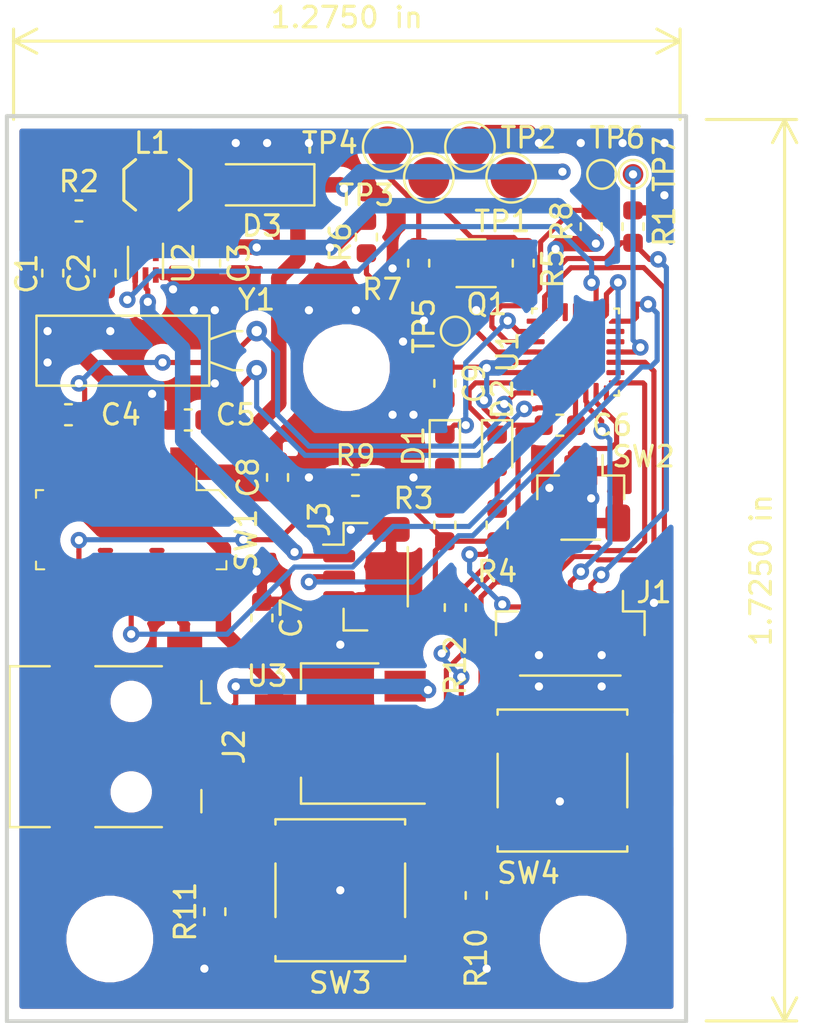
<source format=kicad_pcb>
(kicad_pcb (version 20171130) (host pcbnew 5.1.2-f72e74a~84~ubuntu18.04.1)
  (layers (0 F.Cu signal) (31 B.Cu signal) (34 B.Paste user) (35 F.Paste user) (36 B.SilkS user) (37 F.SilkS user) (38 B.Mask user) (39 F.Mask user) (44 Edge.Cuts user))
  (net 0 "")
  (net 1 "Net-(U1-Pad7)")
  (net 2 "Net-(U1-Pad9)")
  (net 3 "Net-(U1-Pad12)")
  (net 4 "Net-(U1-Pad13)")
  (net 5 "Net-(U1-Pad17)")
  (net 6 "Net-(U1-Pad18)")
  (net 7 "Net-(U1-Pad19)")
  (net 8 "Net-(U1-Pad22)")
  (net 9 +1V5)
  (net 10 GND)
  (net 11 +3V3)
  (net 12 "Net-(D1-Pad2)")
  (net 13 "Net-(C2-Pad2)")
  (net 14 SWCLK)
  (net 15 "Net-(D2-Pad2)")
  (net 16 "Net-(Q1-Pad2)")
  (net 17 "Net-(L1-Pad2)")
  (net 18 PW_MODE)
  (net 19 +3.3VP)
  (net 20 "Net-(C4-Pad1)")
  (net 21 "Net-(C5-Pad1)")
  (net 22 NRESET)
  (net 23 WS2812)
  (net 24 SWDIO)
  (net 25 SYNC_IN)
  (net 26 "Net-(D1-Pad1)")
  (net 27 "Net-(D2-Pad1)")
  (net 28 "Net-(J2-Pad1)")
  (net 29 "Net-(J2-Pad2)")
  (net 30 "Net-(J2-Pad3)")
  (net 31 "Net-(J2-Pad4)")
  (net 32 "Net-(R5-Pad1)")
  (net 33 "Net-(R7-Pad1)")
  (net 34 "Net-(Q1-Pad5)")
  (net 35 PON_IN)
  (net 36 "Net-(C7-Pad2)")
  (net 37 "Net-(R9-Pad1)")
  (net 38 PW_SRC)
  (net 39 /VCC_STEP)
  (net 40 "Net-(TP7-Pad1)")
  (net 41 "Net-(R10-Pad2)")
  (net 42 "Net-(R11-Pad2)")
  (net 43 "Net-(R12-Pad2)")
  (module Button_Switch_SMD:SW_SPST_B3S-1000 (layer F.Cu) (at 76.2 87.63 180)
    (fp_text reference SW3 (at 0 -4.5) (layer F.SilkS))
    (fp_text value SW_Push)
    (pad 1 smd rect (at -3.975 -2.25 180) (size 1.55 1.3) (layers F.Cu F.Paste F.Mask) (net 10 GND))
    (pad 1 smd rect (at 3.975 -2.25 180) (size 1.55 1.3) (layers F.Cu F.Paste F.Mask) (net 10 GND))
    (pad 2 smd rect (at -3.975 2.25 180) (size 1.55 1.3) (layers F.Cu F.Paste F.Mask) (net 42 "Net-(R11-Pad2)"))
    (pad 2 smd rect (at 3.975 2.25 180) (size 1.55 1.3) (layers F.Cu F.Paste F.Mask) (net 42 "Net-(R11-Pad2)"))
  )
  (module Button_Switch_SMD:SW_SPST_B3S-1000 (layer F.Cu) (at 86.995 82.296 180)
    (fp_text reference SW4 (at 1.651 -4.5) (layer F.SilkS))
    (fp_text value SW_Push)
    (pad 1 smd rect (at -3.975 -2.25 180) (size 1.55 1.3) (layers F.Cu F.Paste F.Mask) (net 10 GND))
    (pad 1 smd rect (at 3.975 -2.25 180) (size 1.55 1.3) (layers F.Cu F.Paste F.Mask) (net 10 GND))
    (pad 2 smd rect (at -3.975 2.25 180) (size 1.55 1.3) (layers F.Cu F.Paste F.Mask) (net 41 "Net-(R10-Pad2)"))
    (pad 2 smd rect (at 3.975 2.25 180) (size 1.55 1.3) (layers F.Cu F.Paste F.Mask) (net 41 "Net-(R10-Pad2)"))
  )
  (module Capacitor_SMD:C_0603_1608Metric (layer F.Cu) (at 81.28 62.992 270)
    (fp_text reference C9 (at 0 -1.43 90) (layer F.SilkS))
    (fp_text value 10nF)
    (pad 1 smd roundrect (at -0.7875 0 270) (size 0.875 0.95) (layers F.Cu F.Paste F.Mask) (net 11 +3V3))
    (pad 2 smd roundrect (at 0.7875 0 270) (size 0.875 0.95) (layers F.Cu F.Paste F.Mask) (net 10 GND))
  )
  (module Crystal:Crystal_C38-LF_D3.0mm_L8.0mm_Horizontal (layer F.Cu) (at 72.136 60.452 270)
    (fp_text reference Y1 (at -1.524 0 180) (layer F.SilkS))
    (fp_text value Crystal)
    (pad 1 thru_hole circle (at 0 0 270) (size 1 1) (drill 0.5) (layers *.Cu *.Mask) (net 20 "Net-(C4-Pad1)"))
    (pad 2 thru_hole circle (at 1.9 0 270) (size 1 1) (drill 0.5) (layers *.Cu *.Mask) (net 21 "Net-(C5-Pad1)"))
  )
  (module Resistor_SMD:R_0603_1608Metric (layer F.Cu) (at 81.788 73.8885 90)
    (fp_text reference R12 (at -2.8195 0 90) (layer F.SilkS))
    (fp_text value 1M)
    (pad 1 smd roundrect (at -0.7875 0 90) (size 0.875 0.95) (layers F.Cu F.Paste F.Mask) (net 11 +3V3))
    (pad 2 smd roundrect (at 0.7875 0 90) (size 0.875 0.95) (layers F.Cu F.Paste F.Mask) (net 43 "Net-(R12-Pad2)"))
  )
  (module Resistor_SMD:R_0603_1608Metric (layer F.Cu) (at 70.104 88.6715 90)
    (fp_text reference R11 (at 0 -1.43 90) (layer F.SilkS))
    (fp_text value 1M)
    (pad 1 smd roundrect (at -0.7875 0 90) (size 0.875 0.95) (layers F.Cu F.Paste F.Mask) (net 11 +3V3))
    (pad 2 smd roundrect (at 0.7875 0 90) (size 0.875 0.95) (layers F.Cu F.Paste F.Mask) (net 42 "Net-(R11-Pad2)"))
  )
  (module Resistor_SMD:R_0603_1608Metric (layer F.Cu) (at 82.804 87.884 90)
    (fp_text reference R10 (at -3.048 0 90) (layer F.SilkS))
    (fp_text value 1M)
    (pad 1 smd roundrect (at -0.7875 0 90) (size 0.875 0.95) (layers F.Cu F.Paste F.Mask) (net 11 +3V3))
    (pad 2 smd roundrect (at 0.7875 0 90) (size 0.875 0.95) (layers F.Cu F.Paste F.Mask) (net 41 "Net-(R10-Pad2)"))
  )
  (module TestPoint:TestPoint_Pad_D1.0mm (layer F.Cu) (at 90.424 52.832)
    (fp_text reference TP7 (at 1.524 -0.508 90) (layer F.SilkS))
    (fp_text value TestPoint_Alt)
    (pad 1 smd circle (at 0 0) (size 1 1) (layers F.Cu F.Mask) (net 40 "Net-(TP7-Pad1)"))
  )
  (module TestPoint:TestPoint_Pad_D1.0mm (layer F.Cu) (at 88.9 52.832)
    (fp_text reference TP6 (at 0.762 -1.778) (layer F.SilkS))
    (fp_text value TestPoint_Alt)
    (pad 1 smd circle (at 0 0) (size 1 1) (layers F.Cu F.Mask) (net 35 PON_IN))
  )
  (module TestPoint:TestPoint_Pad_D1.0mm (layer F.Cu) (at 81.788 60.452)
    (fp_text reference TP5 (at -1.524 -0.254 90) (layer F.SilkS))
    (fp_text value TestPoint_Alt)
    (pad 1 smd circle (at 0 0) (size 1 1) (layers F.Cu F.Mask) (net 25 SYNC_IN))
  )
  (module TestPoint:TestPoint_Pad_D2.0mm (layer F.Cu) (at 84.5 53)
    (fp_text reference TP1 (at -0.426 2.118) (layer F.SilkS))
    (fp_text value TestPoint)
    (pad 1 smd circle (at 0 0) (size 2 2) (layers F.Cu F.Mask) (net 9 +1V5))
  )
  (module Diode_SMD:D_MiniMELF (layer F.Cu) (at 72.39 53.34 180)
    (fp_text reference D3 (at 0 -2) (layer F.SilkS))
    (fp_text value ZMMxx)
    (pad 1 smd rect (at -1.75 0 180) (size 1.3 1.7) (layers F.Cu F.Paste F.Mask) (net 9 +1V5))
    (pad 2 smd rect (at 1.75 0 180) (size 1.3 1.7) (layers F.Cu F.Paste F.Mask) (net 10 GND))
  )
  (module Resistor_SMD:R_0603_1608Metric (layer F.Cu) (at 76.9365 67.945)
    (fp_text reference R9 (at 0 -1.43) (layer F.SilkS))
    (fp_text value 1M)
    (pad 1 smd roundrect (at -0.7875 0) (size 0.875 0.95) (layers F.Cu F.Paste F.Mask) (net 37 "Net-(R9-Pad1)"))
    (pad 2 smd roundrect (at 0.7875 0) (size 0.875 0.95) (layers F.Cu F.Paste F.Mask) (net 11 +3V3))
  )
  (module Capacitor_SMD:C_0603_1608Metric (layer F.Cu) (at 73.152 67.564 90)
    (fp_text reference C8 (at 0 -1.43 90) (layer F.SilkS))
    (fp_text value 10uF)
    (pad 1 smd roundrect (at -0.7875 0 90) (size 0.875 0.95) (layers F.Cu F.Paste F.Mask) (net 9 +1V5))
    (pad 2 smd roundrect (at 0.7875 0 90) (size 0.875 0.95) (layers F.Cu F.Paste F.Mask) (net 10 GND))
  )
  (module Capacitor_SMD:C_0603_1608Metric (layer F.Cu) (at 72.39 74.3965 270)
    (fp_text reference C7 (at 0 -1.43 90) (layer F.SilkS))
    (fp_text value 10uF)
    (pad 1 smd roundrect (at -0.7875 0 270) (size 0.875 0.95) (layers F.Cu F.Paste F.Mask) (net 10 GND))
    (pad 2 smd roundrect (at 0.7875 0 270) (size 0.875 0.95) (layers F.Cu F.Paste F.Mask) (net 36 "Net-(C7-Pad2)"))
  )
  (module Connector_JST:JST_SH_BM02B-SRSS-TB_1x02-1MP_P1.00mm_Vertical (layer F.Cu) (at 87.884 68.58 180)
    (fp_text reference SW2 (at -3.048 2.032) (layer F.SilkS))
    (fp_text value Conn_01x02)
    (pad 1 smd roundrect (at -0.5 1.325 180) (size 0.6 1.55) (layers F.Cu F.Paste F.Mask) (net 10 GND))
    (pad 2 smd roundrect (at 0.5 1.325 180) (size 0.6 1.55) (layers F.Cu F.Paste F.Mask) (net 43 "Net-(R12-Pad2)"))
    (pad MP smd roundrect (at -1.8 -1.2 180) (size 1.2 1.8) (layers F.Cu F.Paste F.Mask) (roundrect_rratio 0.208333) (net 10 GND))
    (pad MP smd roundrect (at 1.8 -1.2 180) (size 1.2 1.8) (layers F.Cu F.Paste F.Mask) (roundrect_rratio 0.208333) (net 10 GND))
  )
  (module Connector_JST:JST_SH_BM03B-SRSS-TB_1x03-1MP_P1.00mm_Vertical (layer F.Cu) (at 77.47 72.39 270)
    (fp_text reference J3 (at -2.794 2.286 90) (layer F.SilkS))
    (fp_text value Conn_01x03)
    (pad 1 smd roundrect (at -1 1.325 270) (size 0.6 1.55) (layers F.Cu F.Paste F.Mask) (net 19 +3.3VP))
    (pad 2 smd roundrect (at 0 1.325 270) (size 0.6 1.55) (layers F.Cu F.Paste F.Mask) (net 23 WS2812))
    (pad 3 smd roundrect (at 1 1.325 270) (size 0.6 1.55) (layers F.Cu F.Paste F.Mask) (net 10 GND))
    (pad MP smd roundrect (at -2.3 -1.2 270) (size 1.2 1.8) (layers F.Cu F.Paste F.Mask) (roundrect_rratio 0.208333) (net 10 GND))
    (pad MP smd roundrect (at 2.3 -1.2 270) (size 1.2 1.8) (layers F.Cu F.Paste F.Mask) (roundrect_rratio 0.208333) (net 10 GND))
  )
  (module Connector_JST:JST_SH_BM05B-SRSS-TB_1x05-1MP_P1.00mm_Vertical (layer F.Cu) (at 87.376 75.184 180)
    (fp_text reference J1 (at -4.064 2.032) (layer F.SilkS))
    (fp_text value Conn_01x05)
    (pad 1 smd roundrect (at -2 1.325 180) (size 0.6 1.55) (layers F.Cu F.Paste F.Mask) (net 24 SWDIO))
    (pad 2 smd roundrect (at -1 1.325 180) (size 0.6 1.55) (layers F.Cu F.Paste F.Mask) (net 14 SWCLK))
    (pad 3 smd roundrect (at 0 1.325 180) (size 0.6 1.55) (layers F.Cu F.Paste F.Mask) (net 22 NRESET))
    (pad 4 smd roundrect (at 1 1.325 180) (size 0.6 1.55) (layers F.Cu F.Paste F.Mask) (net 10 GND))
    (pad 5 smd roundrect (at 2 1.325 180) (size 0.6 1.55) (layers F.Cu F.Paste F.Mask) (net 11 +3V3))
    (pad MP smd roundrect (at -3.3 -1.2 180) (size 1.2 1.8) (layers F.Cu F.Paste F.Mask) (roundrect_rratio 0.208333) (net 10 GND))
    (pad MP smd roundrect (at 3.3 -1.2 180) (size 1.2 1.8) (layers F.Cu F.Paste F.Mask) (roundrect_rratio 0.208333) (net 10 GND))
  )
  (module MountingHole:MountingHole_3.2mm_M3_DIN965 (layer F.Cu) (at 65 90)
    (fp_text reference H2 hide)
    (fp_text value MountingHole)
    (pad 1 np_thru_hole circle (at 0 0) (size 3.2 3.2) (drill 3.2) (layers *.Cu *.Mask))
  )
  (module MountingHole:MountingHole_3.2mm_M3_DIN965 (layer F.Cu) (at 88 90)
    (fp_text reference H1 hide)
    (fp_text value MountingHole)
    (pad 1 np_thru_hole circle (at 0 0) (size 3.2 3.2) (drill 3.2) (layers *.Cu *.Mask))
  )
  (module MountingHole:MountingHole_3.2mm_M3_DIN965 (layer F.Cu) (at 76.5 62.23)
    (fp_text reference H3 hide)
    (fp_text value MountingHole)
    (pad 1 np_thru_hole circle (at 0 0) (size 3.2 3.2) (drill 3.2) (layers *.Cu *.Mask))
  )
  (module footprints:VLF302510MT-4R7M (layer F.Cu) (at 67.31 53.34 270)
    (fp_text reference L1 (at -2.032 0.254) (layer F.SilkS))
    (fp_text value 4,7µH hide)
    (pad 1 smd rect (at -0.85 0 270) (size 0.9 1.45) (layers F.Cu F.Paste F.Mask) (net 39 /VCC_STEP))
    (pad 2 smd rect (at 0.85 0 270) (size 0.9 1.45) (layers F.Cu F.Paste F.Mask) (net 17 "Net-(L1-Pad2)"))
  )
  (module digikey-footprints:Switch_Slide_JS202011SCQN (layer F.Cu) (at 66.04 70.104 180)
    (fp_text reference SW1 (at -5.588 -0.508 90) (layer F.SilkS))
    (fp_text value JS202011SCQN)
    (pad 3 smd rect (at 2.5 2.75 180) (size 1.2 2.5) (layers F.Cu F.Paste F.Mask) (net 36 "Net-(C7-Pad2)"))
    (pad 2 smd rect (at 0 2.75 180) (size 1.2 2.5) (layers F.Cu F.Paste F.Mask) (net 39 /VCC_STEP))
    (pad 1 smd rect (at -2.5 2.75 180) (size 1.2 2.5) (layers F.Cu F.Paste F.Mask) (net 9 +1V5))
    (pad 4 smd rect (at -2.5 -2.75 180) (size 1.2 2.5) (layers F.Cu F.Paste F.Mask) (net 10 GND))
    (pad 5 smd rect (at 0 -2.75 180) (size 1.2 2.5) (layers F.Cu F.Paste F.Mask) (net 38 PW_SRC))
    (pad 6 smd rect (at 2.5 -2.75 180) (size 1.2 2.5) (layers F.Cu F.Paste F.Mask) (net 37 "Net-(R9-Pad1)"))
  )
  (module TestPoint:TestPoint_Pad_D2.0mm (layer F.Cu) (at 82.5 51.5)
    (fp_text reference TP2 (at 2.844 -0.446) (layer F.SilkS))
    (fp_text value TestPoint)
    (pad 1 smd circle (at 0 0) (size 2 2) (layers F.Cu F.Mask) (net 10 GND))
  )
  (module TestPoint:TestPoint_Pad_D2.0mm (layer F.Cu) (at 78.5 51.5)
    (fp_text reference TP4 (at -2.808 -0.192) (layer F.SilkS))
    (fp_text value TestPoint)
    (pad 1 smd circle (at 0 0) (size 2 2) (layers F.Cu F.Mask) (net 33 "Net-(R7-Pad1)"))
  )
  (module TestPoint:TestPoint_Pad_D2.0mm (layer F.Cu) (at 80.5 53)
    (fp_text reference TP3 (at -3.03 0.848) (layer F.SilkS))
    (fp_text value TestPoint)
    (pad 1 smd circle (at 0 0) (size 2 2) (layers F.Cu F.Mask) (net 32 "Net-(R5-Pad1)"))
  )
  (module Package_TO_SOT_SMD:SOT-363_SC-70-6 (layer F.Cu) (at 82.55 57.15 180)
    (fp_text reference Q1 (at -0.762 -2 180) (layer F.SilkS))
    (fp_text value MMDT2222A)
    (pad 1 smd rect (at -0.95 -0.65 180) (size 0.65 0.4) (layers F.Cu F.Paste F.Mask) (net 10 GND))
    (pad 3 smd rect (at -0.95 0.65 180) (size 0.65 0.4) (layers F.Cu F.Paste F.Mask) (net 35 PON_IN))
    (pad 5 smd rect (at 0.95 0 180) (size 0.65 0.4) (layers F.Cu F.Paste F.Mask) (net 34 "Net-(Q1-Pad5)"))
    (pad 2 smd rect (at -0.95 0 180) (size 0.65 0.4) (layers F.Cu F.Paste F.Mask) (net 16 "Net-(Q1-Pad2)"))
    (pad 4 smd rect (at 0.95 0.65 180) (size 0.65 0.4) (layers F.Cu F.Paste F.Mask) (net 10 GND))
    (pad 6 smd rect (at 0.95 -0.65 180) (size 0.65 0.4) (layers F.Cu F.Paste F.Mask) (net 25 SYNC_IN))
  )
  (module Resistor_SMD:R_0603_1608Metric (layer F.Cu) (at 85.09 57.15 270)
    (fp_text reference R5 (at 0.254 -1.43 270) (layer F.SilkS))
    (fp_text value 10M)
    (pad 1 smd roundrect (at -0.7875 0 270) (size 0.875 0.95) (layers F.Cu F.Paste F.Mask) (net 32 "Net-(R5-Pad1)"))
    (pad 2 smd roundrect (at 0.7875 0 270) (size 0.875 0.95) (layers F.Cu F.Paste F.Mask) (net 16 "Net-(Q1-Pad2)"))
  )
  (module Resistor_SMD:R_0603_1608Metric (layer F.Cu) (at 77.47 55.88 270)
    (fp_text reference R6 (at 0.254 1.27 270) (layer F.SilkS))
    (fp_text value 10M)
    (pad 1 smd roundrect (at -0.7875 0 270) (size 0.875 0.95) (layers F.Cu F.Paste F.Mask) (net 11 +3V3))
    (pad 2 smd roundrect (at 0.7875 0 270) (size 0.875 0.95) (layers F.Cu F.Paste F.Mask) (net 25 SYNC_IN))
  )
  (module Resistor_SMD:R_0603_1608Metric (layer F.Cu) (at 80.01 57.15 270)
    (fp_text reference R7 (at 1.27 1.778) (layer F.SilkS))
    (fp_text value 10M)
    (pad 1 smd roundrect (at -0.7875 0 270) (size 0.875 0.95) (layers F.Cu F.Paste F.Mask) (net 33 "Net-(R7-Pad1)"))
    (pad 2 smd roundrect (at 0.7875 0 270) (size 0.875 0.95) (layers F.Cu F.Paste F.Mask) (net 34 "Net-(Q1-Pad5)"))
  )
  (module Resistor_SMD:R_0603_1608Metric (layer F.Cu) (at 88.392 55.372 90)
    (fp_text reference R8 (at 0.254 -1.43 90) (layer F.SilkS))
    (fp_text value 10M)
    (pad 1 smd roundrect (at -0.7875 0 90) (size 0.875 0.95) (layers F.Cu F.Paste F.Mask) (net 11 +3V3))
    (pad 2 smd roundrect (at 0.7875 0 90) (size 0.875 0.95) (layers F.Cu F.Paste F.Mask) (net 35 PON_IN))
  )
  (module Capacitor_SMD:C_0603_1608Metric (layer F.Cu) (at 62.23 57.6325 90)
    (fp_text reference C1 (at -0.0255 -1.27 90) (layer F.SilkS))
    (fp_text value 100nF)
    (pad 1 smd roundrect (at -0.7875 0 90) (size 0.875 0.95) (layers F.Cu F.Paste F.Mask) (net 10 GND))
    (pad 2 smd roundrect (at 0.7875 0 90) (size 0.875 0.95) (layers F.Cu F.Paste F.Mask) (net 39 /VCC_STEP))
  )
  (module Capacitor_SMD:C_0603_1608Metric (layer F.Cu) (at 64.77 57.6325 90)
    (fp_text reference C2 (at 0 -1.27 90) (layer F.SilkS))
    (fp_text value 100nF)
    (pad 1 smd roundrect (at -0.7875 0 90) (size 0.875 0.95) (layers F.Cu F.Paste F.Mask) (net 10 GND))
    (pad 2 smd roundrect (at 0.7875 0 90) (size 0.875 0.95) (layers F.Cu F.Paste F.Mask) (net 13 "Net-(C2-Pad2)"))
  )
  (module Capacitor_SMD:C_0603_1608Metric (layer F.Cu) (at 69.85 57.15 270)
    (fp_text reference C3 (at 0 -1.43 90) (layer F.SilkS))
    (fp_text value 10uF)
    (pad 1 smd roundrect (at -0.7875 0 270) (size 0.875 0.95) (layers F.Cu F.Paste F.Mask) (net 11 +3V3))
    (pad 2 smd roundrect (at 0.7875 0 270) (size 0.875 0.95) (layers F.Cu F.Paste F.Mask) (net 10 GND))
  )
  (module Capacitor_SMD:C_0603_1608Metric (layer F.Cu) (at 62.992 64.516 180)
    (fp_text reference C4 (at -2.54 0 180) (layer F.SilkS))
    (fp_text value 5.6pF)
    (pad 1 smd roundrect (at -0.7875 0 180) (size 0.875 0.95) (layers F.Cu F.Paste F.Mask) (net 20 "Net-(C4-Pad1)"))
    (pad 2 smd roundrect (at 0.7875 0 180) (size 0.875 0.95) (layers F.Cu F.Paste F.Mask) (net 10 GND))
  )
  (module Capacitor_SMD:C_0603_1608Metric (layer F.Cu) (at 68.8085 64.77 180)
    (fp_text reference C5 (at -2.3115 0.254 180) (layer F.SilkS))
    (fp_text value 5.6pF)
    (pad 1 smd roundrect (at -0.7875 0 180) (size 0.875 0.95) (layers F.Cu F.Paste F.Mask) (net 21 "Net-(C5-Pad1)"))
    (pad 2 smd roundrect (at 0.7875 0 180) (size 0.875 0.95) (layers F.Cu F.Paste F.Mask) (net 10 GND))
  )
  (module Capacitor_SMD:C_0603_1608Metric (layer F.Cu) (at 86.868 65.024 180)
    (fp_text reference C6 (at -2.54 0) (layer F.SilkS))
    (fp_text value 100nF)
    (pad 1 smd roundrect (at -0.7875 0 180) (size 0.875 0.95) (layers F.Cu F.Paste F.Mask) (net 10 GND))
    (pad 2 smd roundrect (at 0.7875 0 180) (size 0.875 0.95) (layers F.Cu F.Paste F.Mask) (net 11 +3V3))
  )
  (module Connector_USB:USB_Mini-B_Lumberg_2486_01_Horizontal (layer F.Cu) (at 66.04 80.65 270)
    (fp_text reference J2 (at 0 -5 270) (layer F.SilkS))
    (fp_text value USB_B_Micro)
    (pad 1 smd rect (at -1.6 -2.7 270) (size 0.5 2) (layers F.Cu F.Paste F.Mask) (net 28 "Net-(J2-Pad1)"))
    (pad 2 smd rect (at -0.8 -2.7 270) (size 0.5 2) (layers F.Cu F.Paste F.Mask) (net 29 "Net-(J2-Pad2)"))
    (pad 3 smd rect (at 0 -2.7 270) (size 0.5 2) (layers F.Cu F.Paste F.Mask) (net 30 "Net-(J2-Pad3)"))
    (pad 4 smd rect (at 0.8 -2.7 270) (size 0.5 2) (layers F.Cu F.Paste F.Mask) (net 31 "Net-(J2-Pad4)"))
    (pad 5 smd rect (at 1.6 -2.7 270) (size 0.5 2) (layers F.Cu F.Paste F.Mask) (net 10 GND))
    (pad 6 smd rect (at -4.45 -2.6 270) (size 2 1.7) (layers F.Cu F.Paste F.Mask) (net 10 GND))
    (pad 6 smd rect (at -4.45 2.85 270) (size 2 1.7) (layers F.Cu F.Paste F.Mask) (net 10 GND))
    (pad 6 smd rect (at 4.45 -2.6 270) (size 2 1.7) (layers F.Cu F.Paste F.Mask) (net 10 GND))
    (pad 6 smd rect (at 4.45 2.85 270) (size 2 1.7) (layers F.Cu F.Paste F.Mask) (net 10 GND))
    (pad "" np_thru_hole circle (at -2.2 0 270) (size 1 1) (drill 1) (layers *.Cu *.Mask))
    (pad "" np_thru_hole circle (at 2.2 0 270) (size 1 1) (drill 1) (layers *.Cu *.Mask))
  )
  (module LED_SMD:LED_0603_1608Metric (layer F.Cu) (at 81.28 66.2685 270)
    (fp_text reference D1 (at -0.2285 1.524 90) (layer F.SilkS))
    (fp_text value LED)
    (pad 1 smd roundrect (at -0.7875 0 270) (size 0.875 0.95) (layers F.Cu F.Paste F.Mask) (net 26 "Net-(D1-Pad1)"))
    (pad 2 smd roundrect (at 0.7875 0 270) (size 0.875 0.95) (layers F.Cu F.Paste F.Mask) (net 12 "Net-(D1-Pad2)"))
  )
  (module LED_SMD:LED_0603_1608Metric (layer F.Cu) (at 83.82 66.2685 270)
    (fp_text reference D2 (at -2.5145 -0.254 90) (layer F.SilkS))
    (fp_text value LED)
    (pad 1 smd roundrect (at -0.7875 0 270) (size 0.875 0.95) (layers F.Cu F.Paste F.Mask) (net 27 "Net-(D2-Pad1)"))
    (pad 2 smd roundrect (at 0.7875 0 270) (size 0.875 0.95) (layers F.Cu F.Paste F.Mask) (net 15 "Net-(D2-Pad2)"))
  )
  (module Package_DFN_QFN:QFN-28_4x4mm_P0.5mm (layer F.Cu) (at 87.63 61.468 90)
    (fp_text reference U1 (at 0 -3.3 90) (layer F.SilkS))
    (fp_text value STM32G071GBU)
    (pad 1 smd custom (at -1.9975 -1.5 90) (size 0.136863 0.136863) (layers F.Cu F.Paste F.Mask) (net 20 "Net-(C4-Pad1)") (options (clearance outline) (anchor circle)) (primitives (gr_poly (pts (xy -0.3325 -0.08) (xy 0.19886 -0.08) (xy 0.3325 0.05364) (xy 0.3325 0.08) (xy -0.3325 0.08)) (width 0.09))))
    (pad 2 smd roundrect (at -1.9375 -1 90) (size 0.875 0.25) (layers F.Cu F.Paste F.Mask) (net 21 "Net-(C5-Pad1)"))
    (pad 3 smd roundrect (at -1.9375 -0.5 90) (size 0.875 0.25) (layers F.Cu F.Paste F.Mask) (net 11 +3V3))
    (pad 4 smd roundrect (at -1.9375 0 90) (size 0.875 0.25) (layers F.Cu F.Paste F.Mask) (net 10 GND))
    (pad 5 smd roundrect (at -1.9375 0.5 90) (size 0.875 0.25) (layers F.Cu F.Paste F.Mask) (net 22 NRESET))
    (pad 6 smd roundrect (at -1.9375 1 90) (size 0.875 0.25) (layers F.Cu F.Paste F.Mask) (net 43 "Net-(R12-Pad2)"))
    (pad 7 smd custom (at -1.9975 1.5 90) (size 0.136863 0.136863) (layers F.Cu F.Paste F.Mask) (net 1 "Net-(U1-Pad7)") (options (clearance outline) (anchor circle)) (primitives (gr_poly (pts (xy -0.3325 -0.08) (xy 0.3325 -0.08) (xy 0.3325 -0.05364) (xy 0.19886 0.08) (xy -0.3325 0.08)) (width 0.09))))
    (pad 8 smd custom (at -1.5 1.9975 90) (size 0.136863 0.136863) (layers F.Cu F.Paste F.Mask) (net 42 "Net-(R11-Pad2)") (options (clearance outline) (anchor circle)) (primitives (gr_poly (pts (xy -0.08 -0.19886) (xy 0.05364 -0.3325) (xy 0.08 -0.3325) (xy 0.08 0.3325) (xy -0.08 0.3325)) (width 0.09))))
    (pad 9 smd roundrect (at -1 1.9375 90) (size 0.25 0.875) (layers F.Cu F.Paste F.Mask) (net 2 "Net-(U1-Pad9)"))
    (pad 10 smd roundrect (at -0.5 1.9375 90) (size 0.25 0.875) (layers F.Cu F.Paste F.Mask) (net 41 "Net-(R10-Pad2)"))
    (pad 11 smd roundrect (at 0 1.9375 90) (size 0.25 0.875) (layers F.Cu F.Paste F.Mask) (net 40 "Net-(TP7-Pad1)"))
    (pad 12 smd roundrect (at 0.5 1.9375 90) (size 0.25 0.875) (layers F.Cu F.Paste F.Mask) (net 3 "Net-(U1-Pad12)"))
    (pad 13 smd roundrect (at 1 1.9375 90) (size 0.25 0.875) (layers F.Cu F.Paste F.Mask) (net 4 "Net-(U1-Pad13)"))
    (pad 14 smd custom (at 1.5 1.9975 90) (size 0.136863 0.136863) (layers F.Cu F.Paste F.Mask) (net 23 WS2812) (options (clearance outline) (anchor circle)) (primitives (gr_poly (pts (xy -0.08 -0.3325) (xy -0.05364 -0.3325) (xy 0.08 -0.19886) (xy 0.08 0.3325) (xy -0.08 0.3325)) (width 0.09))))
    (pad 15 smd custom (at 1.9975 1.5 90) (size 0.136863 0.136863) (layers F.Cu F.Paste F.Mask) (net 38 PW_SRC) (options (clearance outline) (anchor circle)) (primitives (gr_poly (pts (xy -0.3325 -0.08) (xy 0.3325 -0.08) (xy 0.3325 0.08) (xy -0.19886 0.08) (xy -0.3325 -0.05364)) (width 0.09))))
    (pad 16 smd roundrect (at 1.9375 1 90) (size 0.875 0.25) (layers F.Cu F.Paste F.Mask) (net 18 PW_MODE))
    (pad 17 smd roundrect (at 1.9375 0.5 90) (size 0.875 0.25) (layers F.Cu F.Paste F.Mask) (net 5 "Net-(U1-Pad17)"))
    (pad 18 smd roundrect (at 1.9375 0 90) (size 0.875 0.25) (layers F.Cu F.Paste F.Mask) (net 6 "Net-(U1-Pad18)"))
    (pad 19 smd roundrect (at 1.9375 -0.5 90) (size 0.875 0.25) (layers F.Cu F.Paste F.Mask) (net 7 "Net-(U1-Pad19)"))
    (pad 20 smd roundrect (at 1.9375 -1 90) (size 0.875 0.25) (layers F.Cu F.Paste F.Mask) (net 24 SWDIO))
    (pad 21 smd custom (at 1.9975 -1.5 90) (size 0.136863 0.136863) (layers F.Cu F.Paste F.Mask) (net 14 SWCLK) (options (clearance outline) (anchor circle)) (primitives (gr_poly (pts (xy -0.3325 0.05364) (xy -0.19886 -0.08) (xy 0.3325 -0.08) (xy 0.3325 0.08) (xy -0.3325 0.08)) (width 0.09))))
    (pad 22 smd custom (at 1.5 -1.9975 90) (size 0.136863 0.136863) (layers F.Cu F.Paste F.Mask) (net 8 "Net-(U1-Pad22)") (options (clearance outline) (anchor circle)) (primitives (gr_poly (pts (xy -0.08 -0.3325) (xy 0.08 -0.3325) (xy 0.08 0.19886) (xy -0.05364 0.3325) (xy -0.08 0.3325)) (width 0.09))))
    (pad 23 smd roundrect (at 1 -1.9375 90) (size 0.25 0.875) (layers F.Cu F.Paste F.Mask) (net 26 "Net-(D1-Pad1)"))
    (pad 24 smd roundrect (at 0.5 -1.9375 90) (size 0.25 0.875) (layers F.Cu F.Paste F.Mask) (net 35 PON_IN))
    (pad 25 smd roundrect (at 0 -1.9375 90) (size 0.25 0.875) (layers F.Cu F.Paste F.Mask) (net 25 SYNC_IN))
    (pad 26 smd roundrect (at -0.5 -1.9375 90) (size 0.25 0.875) (layers F.Cu F.Paste F.Mask) (net 25 SYNC_IN))
    (pad 27 smd roundrect (at -1 -1.9375 90) (size 0.25 0.875) (layers F.Cu F.Paste F.Mask) (net 11 +3V3))
    (pad 28 smd custom (at -1.5 -1.9975 90) (size 0.136863 0.136863) (layers F.Cu F.Paste F.Mask) (net 27 "Net-(D2-Pad1)") (options (clearance outline) (anchor circle)) (primitives (gr_poly (pts (xy -0.08 -0.3325) (xy 0.08 -0.3325) (xy 0.08 0.3325) (xy 0.05364 0.3325) (xy -0.08 0.19886)) (width 0.09))))
  )
  (module Package_SON:WSON-6_1.5x1.5mm_P0.5mm (layer F.Cu) (at 66.735 57.15 270)
    (fp_text reference U2 (at 0 -1.845 90) (layer F.SilkS))
    (fp_text value TPS610986)
    (pad 1 smd rect (at -0.525 -0.5 180) (size 0.28 0.85) (layers F.Cu F.Paste F.Mask) (net 11 +3V3))
    (pad 2 smd rect (at -0.575 0 180) (size 0.28 0.75) (layers F.Cu F.Paste F.Mask) (net 17 "Net-(L1-Pad2)"))
    (pad 3 smd rect (at -0.575 0.5 180) (size 0.28 0.75) (layers F.Cu F.Paste F.Mask) (net 13 "Net-(C2-Pad2)"))
    (pad 4 smd rect (at 0.575 0.5 180) (size 0.28 0.75) (layers F.Cu F.Paste F.Mask) (net 18 PW_MODE))
    (pad 5 smd rect (at 0.575 0 180) (size 0.28 0.75) (layers F.Cu F.Paste F.Mask) (net 19 +3.3VP))
    (pad 6 smd rect (at 0.575 -0.5 180) (size 0.28 0.75) (layers F.Cu F.Paste F.Mask) (net 10 GND))
  )
  (module Package_TO_SOT_SMD:SOT-223-3_TabPin2 (layer F.Cu) (at 76.2 80.01 180)
    (fp_text reference U3 (at 3.556 2.794) (layer F.SilkS))
    (fp_text value AMS1117-3.3)
    (pad 2 smd rect (at 3.15 0 180) (size 2 3.8) (layers F.Cu F.Paste F.Mask) (net 36 "Net-(C7-Pad2)"))
    (pad 2 smd rect (at -3.15 0 180) (size 2 1.5) (layers F.Cu F.Paste F.Mask) (net 36 "Net-(C7-Pad2)"))
    (pad 3 smd rect (at -3.15 2.3 180) (size 2 1.5) (layers F.Cu F.Paste F.Mask) (net 28 "Net-(J2-Pad1)"))
    (pad 1 smd rect (at -3.15 -2.3 180) (size 2 1.5) (layers F.Cu F.Paste F.Mask) (net 10 GND))
  )
  (module Resistor_SMD:R_0603_1608Metric (layer F.Cu) (at 83.82 69.8755 90)
    (fp_text reference R4 (at -2.2605 0 180) (layer F.SilkS))
    (fp_text value 3.3k)
    (pad 1 smd roundrect (at -0.7875 0 90) (size 0.875 0.95) (layers F.Cu F.Paste F.Mask) (net 11 +3V3))
    (pad 2 smd roundrect (at 0.7875 0 90) (size 0.875 0.95) (layers F.Cu F.Paste F.Mask) (net 15 "Net-(D2-Pad2)"))
  )
  (module Resistor_SMD:R_0603_1608Metric (layer F.Cu) (at 90.424 55.372 90)
    (fp_text reference R1 (at 0 1.524 90) (layer F.SilkS))
    (fp_text value 1M)
    (pad 1 smd roundrect (at -0.7875 0 90) (size 0.875 0.95) (layers F.Cu F.Paste F.Mask) (net 14 SWCLK))
    (pad 2 smd roundrect (at 0.7875 0 90) (size 0.875 0.95) (layers F.Cu F.Paste F.Mask) (net 10 GND))
  )
  (module Resistor_SMD:R_0603_1608Metric (layer F.Cu) (at 63.5 54.61)
    (fp_text reference R2 (at 0 -1.43) (layer F.SilkS))
    (fp_text value 400)
    (pad 1 smd roundrect (at -0.7875 0) (size 0.875 0.95) (layers F.Cu F.Paste F.Mask) (net 39 /VCC_STEP))
    (pad 2 smd roundrect (at 0.7875 0) (size 0.875 0.95) (layers F.Cu F.Paste F.Mask) (net 13 "Net-(C2-Pad2)"))
  )
  (module Resistor_SMD:R_0603_1608Metric (layer F.Cu) (at 81.28 69.8755 90)
    (fp_text reference R3 (at 1.2955 -1.524 180) (layer F.SilkS))
    (fp_text value 3.3k)
    (pad 1 smd roundrect (at -0.7875 0 90) (size 0.875 0.95) (layers F.Cu F.Paste F.Mask) (net 11 +3V3))
    (pad 2 smd roundrect (at 0.7875 0 90) (size 0.875 0.95) (layers F.Cu F.Paste F.Mask) (net 12 "Net-(D1-Pad2)"))
  )
  (dimension 32.385 (width 0.15) (layer F.SilkS) (gr_text 33 (at 76.5175 45.055) (layer F.SilkS) (effects (font (size 1 1) (thickness 0.15)))) (feature1 (pts (xy 92.71 50.165) (xy 92.71 45.768579))) (feature2 (pts (xy 60.325 50.165) (xy 60.325 45.768579))) (crossbar (pts (xy 60.325 46.355) (xy 92.71 46.355))) (arrow1a (pts (xy 92.71 46.355) (xy 91.583496 46.941421))) (arrow1b (pts (xy 92.71 46.355) (xy 91.583496 45.768579))) (arrow2a (pts (xy 60.325 46.355) (xy 61.451504 46.941421))) (arrow2b (pts (xy 60.325 46.355) (xy 61.451504 45.768579))))
  (dimension 43.815 (width 0.15) (layer F.SilkS) (gr_text 44 (at 99.09 72.0725 270) (layer F.SilkS) (effects (font (size 1 1) (thickness 0.15)))) (feature1 (pts (xy 93.98 93.98) (xy 98.376421 93.98))) (feature2 (pts (xy 93.98 50.165) (xy 98.376421 50.165))) (crossbar (pts (xy 97.79 50.165) (xy 97.79 93.98))) (arrow1a (pts (xy 97.79 93.98) (xy 97.203579 92.853496))) (arrow1b (pts (xy 97.79 93.98) (xy 98.376421 92.853496))) (arrow2a (pts (xy 97.79 50.165) (xy 97.203579 51.291504))) (arrow2b (pts (xy 97.79 50.165) (xy 98.376421 51.291504))))
  (gr_line (start 93 50) (end 60 50) (layer Edge.Cuts) (width 0.2))
  (gr_line (start 93 50) (end 93 94) (layer Edge.Cuts) (width 0.2))
  (gr_line (start 60 94) (end 93 94) (layer Edge.Cuts) (width 0.2))
  (gr_line (start 60 50) (end 60 94) (layer Edge.Cuts) (width 0.2))
  (via (at 86.995 52.705) (size 0.8) (drill 0.4) (layers F.Cu B.Cu) (net 9))
  (segment (start 84.795 52.705) (end 84.5 53) (width 0.75) (layer F.Cu) (net 9))
  (segment (start 86.995 52.705) (end 84.795 52.705) (width 0.75) (layer F.Cu) (net 9))
  (segment (start 68.54 66.704) (end 68.54 67.354) (width 0.75) (layer F.Cu) (net 9))
  (segment (start 68.54 67.354) (end 68.584 67.31) (width 0.75) (layer F.Cu) (net 9))
  (segment (start 68.584 67.31) (end 71.3485 67.31) (width 0.75) (layer F.Cu) (net 9))
  (segment (start 73.152 68.3515) (end 71.9075 68.3515) (width 0.75) (layer F.Cu) (net 9))
  (segment (start 71.3485 67.7925) (end 71.3485 67.31) (width 0.75) (layer F.Cu) (net 9))
  (segment (start 71.9075 68.3515) (end 71.3485 67.7925) (width 0.75) (layer F.Cu) (net 9))
  (segment (start 74.14 56.943625) (end 74.14 53.34) (width 0.75) (layer F.Cu) (net 9))
  (segment (start 73.211001 57.872624) (end 74.14 56.943625) (width 0.75) (layer F.Cu) (net 9))
  (segment (start 73.211001 63.948999) (end 73.211001 57.872624) (width 0.75) (layer F.Cu) (net 9))
  (segment (start 71.628 65.532) (end 73.211001 63.948999) (width 0.75) (layer F.Cu) (net 9))
  (segment (start 71.3485 67.31) (end 71.628 67.0305) (width 0.75) (layer F.Cu) (net 9))
  (segment (start 71.628 67.0305) (end 71.628 65.532) (width 0.75) (layer F.Cu) (net 9))
  (via (at 76.378546 53.522611) (size 0.8) (drill 0.4) (layers F.Cu B.Cu) (net 9))
  (segment (start 74.14 53.34) (end 76.195935 53.34) (width 0.75) (layer F.Cu) (net 9))
  (segment (start 76.195935 53.34) (end 76.378546 53.522611) (width 0.75) (layer F.Cu) (net 9))
  (segment (start 76.778545 53.122612) (end 76.378546 53.522611) (width 0.75) (layer B.Cu) (net 9))
  (segment (start 77.196157 52.705) (end 76.778545 53.122612) (width 0.75) (layer B.Cu) (net 9))
  (segment (start 86.995 52.705) (end 77.196157 52.705) (width 0.75) (layer B.Cu) (net 9))
  (segment (start 69.6375 57.725) (end 69.85 57.9375) (width 0.25) (layer F.Cu) (net 10))
  (segment (start 67.235 57.725) (end 69.6375 57.725) (width 0.25) (layer F.Cu) (net 10))
  (segment (start 87.63 64.9985) (end 87.6555 65.024) (width 0.25) (layer F.Cu) (net 10))
  (segment (start 87.63 63.4055) (end 87.63 64.9985) (width 0.25) (layer F.Cu) (net 10))
  (via (at 83.312 91.44) (size 0.8) (drill 0.4) (layers F.Cu B.Cu) (net 10))
  (via (at 76.2 75.692) (size 0.8) (drill 0.4) (layers F.Cu B.Cu) (net 10))
  (via (at 91.44 73.66) (size 0.8) (drill 0.4) (layers F.Cu B.Cu) (net 10))
  (via (at 86.36 68.071998) (size 0.8) (drill 0.4) (layers F.Cu B.Cu) (net 10))
  (segment (start 86.36 66.3195) (end 86.36 68.071998) (width 0.25) (layer F.Cu) (net 10))
  (segment (start 87.6555 65.024) (end 86.36 66.3195) (width 0.25) (layer F.Cu) (net 10))
  (segment (start 82.5 51.5) (end 83.12 51.5) (width 0.75) (layer F.Cu) (net 10))
  (segment (start 85.344 50.8) (end 85.852 51.308) (width 0.75) (layer F.Cu) (net 10))
  (segment (start 83.312 50.8) (end 85.344 50.8) (width 0.75) (layer F.Cu) (net 10))
  (segment (start 82.5 51.5) (end 82.612 51.5) (width 0.75) (layer F.Cu) (net 10))
  (segment (start 82.612 51.5) (end 83.312 50.8) (width 0.75) (layer F.Cu) (net 10))
  (via (at 80.264 59.944) (size 0.8) (drill 0.4) (layers F.Cu B.Cu) (net 10))
  (via (at 61.976 60.452) (size 0.8) (drill 0.4) (layers F.Cu B.Cu) (net 10))
  (segment (start 82.175 56.5) (end 82.80866 57.13366) (width 0.25) (layer F.Cu) (net 10))
  (segment (start 82.80866 58.865655) (end 82.80866 59.43134) (width 0.25) (layer F.Cu) (net 10))
  (via (at 82.80866 59.43134) (size 0.8) (drill 0.4) (layers F.Cu B.Cu) (net 10))
  (segment (start 83.208659 59.031341) (end 82.80866 59.43134) (width 0.25) (layer F.Cu) (net 10))
  (segment (start 82.80866 57.13366) (end 82.80866 58.865655) (width 0.25) (layer F.Cu) (net 10))
  (segment (start 83.5 57.8) (end 83.5 58.74) (width 0.25) (layer F.Cu) (net 10))
  (segment (start 81.6 56.5) (end 82.175 56.5) (width 0.25) (layer F.Cu) (net 10))
  (segment (start 83.5 58.74) (end 83.208659 59.031341) (width 0.25) (layer F.Cu) (net 10))
  (via (at 69.088 59.436) (size 0.8) (drill 0.4) (layers F.Cu B.Cu) (net 10))
  (via (at 68.072 58.42) (size 0.8) (drill 0.4) (layers F.Cu B.Cu) (net 10))
  (via (at 70.104 59.436) (size 0.8) (drill 0.4) (layers F.Cu B.Cu) (net 10))
  (via (at 71.12 51.308) (size 0.8) (drill 0.4) (layers F.Cu B.Cu) (net 10))
  (via (at 72.644 51.308) (size 0.8) (drill 0.4) (layers F.Cu B.Cu) (net 10))
  (via (at 74.676 51.308) (size 0.8) (drill 0.4) (layers F.Cu B.Cu) (net 10))
  (via (at 78.74 57.404) (size 0.8) (drill 0.4) (layers F.Cu B.Cu) (net 10))
  (via (at 79.248 60.96) (size 0.8) (drill 0.4) (layers F.Cu B.Cu) (net 10))
  (via (at 75.692 69.596) (size 0.8) (drill 0.4) (layers F.Cu B.Cu) (net 10))
  (via (at 76.708 70.104) (size 0.8) (drill 0.4) (layers F.Cu B.Cu) (net 10))
  (via (at 65.024 60.452) (size 0.8) (drill 0.4) (layers F.Cu B.Cu) (net 10))
  (via (at 61.976 61.976) (size 0.8) (drill 0.4) (layers F.Cu B.Cu) (net 10))
  (via (at 76.2 87.63) (size 0.8) (drill 0.4) (layers F.Cu B.Cu) (net 10))
  (via (at 69.596 91.44) (size 0.8) (drill 0.4) (layers F.Cu B.Cu) (net 10))
  (via (at 86.868 83.312) (size 0.8) (drill 0.4) (layers F.Cu B.Cu) (net 10))
  (via (at 85.852 76.2) (size 0.8) (drill 0.4) (layers F.Cu B.Cu) (net 10))
  (via (at 88.392 68.58) (size 0.8) (drill 0.4) (layers F.Cu B.Cu) (net 10))
  (segment (start 88.384 67.255) (end 88.384 68.572) (width 0.25) (layer F.Cu) (net 10))
  (segment (start 88.384 68.572) (end 88.392 68.58) (width 0.25) (layer F.Cu) (net 10))
  (segment (start 86.868002 68.58) (end 86.36 68.071998) (width 0.25) (layer B.Cu) (net 10))
  (segment (start 88.392 68.58) (end 86.868002 68.58) (width 0.25) (layer B.Cu) (net 10))
  (via (at 74.676 59.436) (size 0.8) (drill 0.4) (layers F.Cu B.Cu) (net 10))
  (via (at 79.756 67.564) (size 0.8) (drill 0.4) (layers F.Cu B.Cu) (net 10))
  (via (at 78.74 64.516) (size 0.8) (drill 0.4) (layers F.Cu B.Cu) (net 10))
  (via (at 67.056 63.5) (size 0.8) (drill 0.4) (layers F.Cu B.Cu) (net 10))
  (via (at 70.104 62.992) (size 0.8) (drill 0.4) (layers F.Cu B.Cu) (net 10))
  (via (at 76.962 59.436) (size 0.8) (drill 0.4) (layers F.Cu B.Cu) (net 10))
  (via (at 74.676 67.564) (size 0.8) (drill 0.4) (layers F.Cu B.Cu) (net 10))
  (via (at 72.136 72.136) (size 0.8) (drill 0.4) (layers F.Cu B.Cu) (net 10))
  (via (at 79.756 64.516) (size 0.8) (drill 0.4) (layers F.Cu B.Cu) (net 10))
  (via (at 88.9 76.2) (size 0.8) (drill 0.4) (layers F.Cu B.Cu) (net 10))
  (via (at 85.852 77.724) (size 0.8) (drill 0.4) (layers F.Cu B.Cu) (net 10))
  (via (at 88.9 77.724) (size 0.8) (drill 0.4) (layers F.Cu B.Cu) (net 10))
  (via (at 85.852 51.308) (size 0.8) (drill 0.4) (layers F.Cu B.Cu) (net 10))
  (via (at 87.884 51.308) (size 0.8) (drill 0.4) (layers F.Cu B.Cu) (net 10))
  (via (at 89.916 51.308) (size 0.8) (drill 0.4) (layers F.Cu B.Cu) (net 10))
  (via (at 91.948 51.308) (size 0.8) (drill 0.4) (layers F.Cu B.Cu) (net 10))
  (via (at 91.948 53.848) (size 0.8) (drill 0.4) (layers F.Cu B.Cu) (net 10))
  (segment (start 69.5875 56.625) (end 69.85 56.3625) (width 0.25) (layer F.Cu) (net 11))
  (segment (start 67.235 56.625) (end 69.5875 56.625) (width 0.25) (layer F.Cu) (net 11))
  (via (at 88.618616 56.197) (size 0.8) (drill 0.4) (layers F.Cu B.Cu) (net 11))
  (segment (start 88.393399 56.1595) (end 88.430899 56.197) (width 0.25) (layer F.Cu) (net 11))
  (segment (start 88.430899 56.197) (end 88.618616 56.197) (width 0.25) (layer F.Cu) (net 11))
  (segment (start 85.801 65.024) (end 85.0645 65.024) (width 0.25) (layer F.Cu) (net 11))
  (segment (start 83.82 70.663) (end 84.836 69.647) (width 0.25) (layer F.Cu) (net 11))
  (segment (start 84.836 65.2525) (end 85.0645 65.024) (width 0.25) (layer F.Cu) (net 11))
  (segment (start 84.836 69.647) (end 84.836 65.2525) (width 0.25) (layer F.Cu) (net 11))
  (segment (start 83.82 70.663) (end 81.28 70.663) (width 0.25) (layer F.Cu) (net 11))
  (segment (start 86.200421 65.024) (end 86.0805 65.024) (width 0.25) (layer F.Cu) (net 11))
  (segment (start 87.13 64.094421) (end 86.200421 65.024) (width 0.25) (layer F.Cu) (net 11))
  (segment (start 87.13 63.4055) (end 87.13 64.094421) (width 0.25) (layer F.Cu) (net 11))
  (via (at 72.135986 56.388) (size 0.8) (drill 0.4) (layers F.Cu B.Cu) (net 11))
  (segment (start 69.85 56.3625) (end 72.110486 56.3625) (width 0.75) (layer F.Cu) (net 11))
  (segment (start 72.110486 56.3625) (end 72.135986 56.388) (width 0.75) (layer F.Cu) (net 11))
  (segment (start 72.135986 56.388) (end 75.691968 56.388) (width 0.75) (layer B.Cu) (net 11))
  (segment (start 76.174507 56.387993) (end 75.691975 56.387993) (width 0.25) (layer F.Cu) (net 11))
  (segment (start 77.47 55.0925) (end 76.174507 56.387993) (width 0.25) (layer F.Cu) (net 11))
  (via (at 75.691975 56.387993) (size 0.8) (drill 0.4) (layers F.Cu B.Cu) (net 11))
  (segment (start 75.691968 56.388) (end 75.691975 56.387993) (width 0.75) (layer B.Cu) (net 11))
  (segment (start 80.818388 71.124612) (end 81.28 70.663) (width 0.25) (layer F.Cu) (net 11))
  (segment (start 80.818388 74.302885) (end 80.818388 71.124612) (width 0.25) (layer F.Cu) (net 11))
  (segment (start 81.788 74.676) (end 81.191503 74.676) (width 0.25) (layer F.Cu) (net 11))
  (segment (start 81.191503 74.676) (end 80.818388 74.302885) (width 0.25) (layer F.Cu) (net 11))
  (segment (start 70.104 89.9965) (end 72.0555 91.948) (width 0.25) (layer F.Cu) (net 11))
  (segment (start 70.104 89.459) (end 70.104 89.9965) (width 0.25) (layer F.Cu) (net 11))
  (segment (start 82.804 89.209) (end 82.804 88.6715) (width 0.25) (layer F.Cu) (net 11))
  (segment (start 82.804 89.261002) (end 82.804 89.209) (width 0.25) (layer F.Cu) (net 11))
  (segment (start 80.117002 91.948) (end 82.804 89.261002) (width 0.25) (layer F.Cu) (net 11))
  (segment (start 72.0555 91.948) (end 80.117002 91.948) (width 0.25) (layer F.Cu) (net 11))
  (segment (start 81.788 75.458105) (end 81.5303 75.715805) (width 0.25) (layer F.Cu) (net 11))
  (segment (start 81.788 74.676) (end 81.788 75.458105) (width 0.25) (layer F.Cu) (net 11))
  (segment (start 82.07899 77.265438) (end 81.130301 76.316749) (width 0.25) (layer B.Cu) (net 11))
  (segment (start 81.5303 75.715805) (end 81.130301 76.115804) (width 0.25) (layer F.Cu) (net 11))
  (segment (start 82.07899 78.57742) (end 82.07899 77.831123) (width 0.25) (layer F.Cu) (net 11))
  (segment (start 82.07899 77.831123) (end 82.07899 77.265438) (width 0.25) (layer F.Cu) (net 11))
  (segment (start 81.28 87.1475) (end 81.28 79.37641) (width 0.25) (layer F.Cu) (net 11))
  (segment (start 82.804 88.6715) (end 81.28 87.1475) (width 0.25) (layer F.Cu) (net 11))
  (segment (start 81.130301 76.316749) (end 81.130301 76.115804) (width 0.25) (layer B.Cu) (net 11))
  (via (at 81.130301 76.115804) (size 0.8) (drill 0.4) (layers F.Cu B.Cu) (net 11))
  (segment (start 81.28 79.37641) (end 82.07899 78.57742) (width 0.25) (layer F.Cu) (net 11))
  (via (at 82.07899 77.265438) (size 0.8) (drill 0.4) (layers F.Cu B.Cu) (net 11))
  (via (at 84.070407 73.732739) (size 0.8) (drill 0.4) (layers F.Cu B.Cu) (net 11))
  (segment (start 85.376 73.859) (end 84.196668 73.859) (width 0.25) (layer F.Cu) (net 11))
  (segment (start 84.196668 73.859) (end 84.070407 73.732739) (width 0.25) (layer F.Cu) (net 11))
  (segment (start 83.049877 71.303767) (end 82.484192 71.303767) (width 0.25) (layer F.Cu) (net 11))
  (segment (start 82.484192 71.869452) (end 82.484192 71.303767) (width 0.25) (layer B.Cu) (net 11))
  (segment (start 83.179233 71.303767) (end 83.049877 71.303767) (width 0.25) (layer F.Cu) (net 11))
  (via (at 82.484192 71.303767) (size 0.8) (drill 0.4) (layers F.Cu B.Cu) (net 11))
  (segment (start 82.484192 72.146524) (end 82.484192 71.869452) (width 0.25) (layer B.Cu) (net 11))
  (segment (start 84.070407 73.732739) (end 82.484192 72.146524) (width 0.25) (layer B.Cu) (net 11))
  (segment (start 83.82 70.663) (end 83.179233 71.303767) (width 0.25) (layer F.Cu) (net 11))
  (segment (start 86.92127 56.197) (end 86.65805 56.46022) (width 0.75) (layer F.Cu) (net 11))
  (segment (start 88.618616 56.197) (end 86.92127 56.197) (width 0.75) (layer F.Cu) (net 11))
  (via (at 86.65805 56.46022) (size 0.8) (drill 0.4) (layers F.Cu B.Cu) (net 11))
  (segment (start 76.091974 55.987994) (end 75.691975 56.387993) (width 0.75) (layer B.Cu) (net 11))
  (segment (start 76.928039 55.151961) (end 76.928007 55.151961) (width 0.75) (layer B.Cu) (net 11))
  (segment (start 88.618616 56.197) (end 86.777616 54.356) (width 0.75) (layer B.Cu) (net 11))
  (segment (start 76.928007 55.151961) (end 76.091974 55.987994) (width 0.75) (layer B.Cu) (net 11))
  (segment (start 86.777616 54.356) (end 77.724 54.356) (width 0.75) (layer B.Cu) (net 11))
  (segment (start 77.724 54.356) (end 76.928039 55.151961) (width 0.75) (layer B.Cu) (net 11))
  (segment (start 86.65805 56.46022) (end 86.65805 59.462599) (width 0.75) (layer B.Cu) (net 11))
  (segment (start 83.536984 62.468) (end 83.311974 62.24299) (width 0.25) (layer F.Cu) (net 11))
  (segment (start 86.65805 59.462599) (end 83.877659 62.24299) (width 0.75) (layer B.Cu) (net 11))
  (segment (start 83.877659 62.24299) (end 83.311974 62.24299) (width 0.75) (layer B.Cu) (net 11))
  (via (at 83.311974 62.24299) (size 0.8) (drill 0.4) (layers F.Cu B.Cu) (net 11))
  (segment (start 85.6925 62.468) (end 83.536984 62.468) (width 0.25) (layer F.Cu) (net 11))
  (segment (start 83.182684 64.201269) (end 83.182684 63.81294) (width 0.25) (layer F.Cu) (net 11))
  (segment (start 83.311974 63.68365) (end 83.182684 63.81294) (width 0.25) (layer B.Cu) (net 11))
  (segment (start 83.699905 64.71849) (end 83.182684 64.201269) (width 0.25) (layer F.Cu) (net 11))
  (segment (start 84.301484 64.71849) (end 83.699905 64.71849) (width 0.25) (layer F.Cu) (net 11))
  (segment (start 84.606994 65.024) (end 84.301484 64.71849) (width 0.25) (layer F.Cu) (net 11))
  (segment (start 83.311974 62.24299) (end 83.311974 63.68365) (width 0.25) (layer B.Cu) (net 11))
  (via (at 83.182684 63.81294) (size 0.8) (drill 0.4) (layers F.Cu B.Cu) (net 11))
  (segment (start 85.0645 65.024) (end 84.606994 65.024) (width 0.25) (layer F.Cu) (net 11))
  (segment (start 83.273484 62.2045) (end 83.311974 62.24299) (width 0.25) (layer F.Cu) (net 11))
  (segment (start 81.28 62.2045) (end 83.273484 62.2045) (width 0.25) (layer F.Cu) (net 11))
  (segment (start 78.562 67.945) (end 81.28 70.663) (width 0.25) (layer F.Cu) (net 11))
  (segment (start 77.724 67.945) (end 78.562 67.945) (width 0.25) (layer F.Cu) (net 11))
  (segment (start 81.28 69.088) (end 81.28 67.056) (width 0.25) (layer F.Cu) (net 12))
  (segment (start 66.04 55.88) (end 66.235 56.075) (width 0.25) (layer F.Cu) (net 13))
  (segment (start 66.235 56.075) (end 66.235 56.575) (width 0.25) (layer F.Cu) (net 13))
  (segment (start 64.77 56.845) (end 64.77 55.88) (width 0.25) (layer F.Cu) (net 13))
  (segment (start 64.77 55.88) (end 66.04 55.88) (width 0.25) (layer F.Cu) (net 13))
  (segment (start 64.77 55.0925) (end 64.77 56.845) (width 0.25) (layer F.Cu) (net 13))
  (segment (start 64.2875 54.61) (end 64.77 55.0925) (width 0.25) (layer F.Cu) (net 13))
  (segment (start 91.22771 56.96321) (end 91.644941 56.96321) (width 0.25) (layer F.Cu) (net 14))
  (segment (start 90.424 56.1595) (end 91.22771 56.96321) (width 0.25) (layer F.Cu) (net 14))
  (via (at 91.644941 56.96321) (size 0.8) (drill 0.4) (layers F.Cu B.Cu) (net 14))
  (segment (start 88.478843 72.69502) (end 88.878842 72.295021) (width 0.25) (layer F.Cu) (net 14))
  (via (at 88.878842 72.295021) (size 0.8) (drill 0.4) (layers F.Cu B.Cu) (net 14))
  (segment (start 88.376 73.859) (end 88.376 72.797863) (width 0.25) (layer F.Cu) (net 14))
  (segment (start 88.376 72.797863) (end 88.478843 72.69502) (width 0.25) (layer F.Cu) (net 14))
  (segment (start 89.849 56.1595) (end 90.424 56.1595) (width 0.25) (layer F.Cu) (net 14))
  (segment (start 86.340021 58.567884) (end 86.340021 57.803568) (width 0.25) (layer F.Cu) (net 14))
  (segment (start 86.340021 57.803568) (end 87.221579 56.92201) (width 0.25) (layer F.Cu) (net 14))
  (segment (start 87.221579 56.92201) (end 89.08649 56.92201) (width 0.25) (layer F.Cu) (net 14))
  (segment (start 86.13 59.4805) (end 86.13 58.777905) (width 0.25) (layer F.Cu) (net 14))
  (segment (start 86.13 58.777905) (end 86.340021 58.567884) (width 0.25) (layer F.Cu) (net 14))
  (segment (start 89.08649 56.92201) (end 89.849 56.1595) (width 0.25) (layer F.Cu) (net 14))
  (segment (start 91.644941 56.96321) (end 92.04494 57.363209) (width 0.25) (layer B.Cu) (net 14))
  (segment (start 92.04494 69.128923) (end 89.278841 71.895022) (width 0.25) (layer B.Cu) (net 14))
  (segment (start 89.278841 71.895022) (end 88.878842 72.295021) (width 0.25) (layer B.Cu) (net 14))
  (segment (start 92.04494 57.363209) (end 92.04494 69.128923) (width 0.25) (layer B.Cu) (net 14))
  (segment (start 83.82 69.088) (end 83.82 67.056) (width 0.25) (layer F.Cu) (net 15))
  (segment (start 83.997096 57.15) (end 84.784596 57.9375) (width 0.25) (layer F.Cu) (net 16))
  (segment (start 84.784596 57.9375) (end 85.09 57.9375) (width 0.25) (layer F.Cu) (net 16))
  (segment (start 83.5 57.15) (end 83.997096 57.15) (width 0.25) (layer F.Cu) (net 16))
  (segment (start 66.735 55.95) (end 66.735 56.575) (width 0.25) (layer F.Cu) (net 17))
  (segment (start 66.735 54.49) (end 66.735 55.95) (width 0.25) (layer F.Cu) (net 17))
  (segment (start 67.035 54.19) (end 66.735 54.49) (width 0.25) (layer F.Cu) (net 17))
  (segment (start 67.31 54.19) (end 67.035 54.19) (width 0.25) (layer F.Cu) (net 17))
  (via (at 88.410976 58.097024) (size 0.8) (drill 0.4) (layers F.Cu B.Cu) (net 18))
  (segment (start 88.63 58.316048) (end 88.410976 58.097024) (width 0.25) (layer F.Cu) (net 18))
  (segment (start 88.63 59.5305) (end 88.63 58.316048) (width 0.25) (layer F.Cu) (net 18))
  (segment (start 88.410976 57.140142) (end 86.642834 55.372) (width 0.25) (layer B.Cu) (net 18))
  (via (at 65.851072 58.927956) (size 0.8) (drill 0.4) (layers F.Cu B.Cu) (net 18))
  (segment (start 66.235 57.725) (end 66.235 58.544028) (width 0.25) (layer F.Cu) (net 18))
  (segment (start 66.235 58.544028) (end 65.851072 58.927956) (width 0.25) (layer F.Cu) (net 18))
  (segment (start 88.410976 58.097024) (end 88.410976 57.140142) (width 0.25) (layer B.Cu) (net 18))
  (segment (start 77.081503 57.538497) (end 67.240531 57.538497) (width 0.25) (layer B.Cu) (net 18))
  (segment (start 86.642834 55.372) (end 79.248 55.372) (width 0.25) (layer B.Cu) (net 18))
  (segment (start 66.251071 58.527957) (end 65.851072 58.927956) (width 0.25) (layer B.Cu) (net 18))
  (segment (start 67.240531 57.538497) (end 66.251071 58.527957) (width 0.25) (layer B.Cu) (net 18))
  (segment (start 79.248 55.372) (end 77.081503 57.538497) (width 0.25) (layer B.Cu) (net 18))
  (segment (start 76.145 71.39) (end 74.174101 71.39) (width 0.25) (layer F.Cu) (net 19))
  (segment (start 74.174101 71.39) (end 73.97809 71.193989) (width 0.25) (layer F.Cu) (net 19))
  (via (at 73.97809 71.193989) (size 0.8) (drill 0.4) (layers F.Cu B.Cu) (net 19))
  (segment (start 66.84609 58.462129) (end 66.84609 59.027814) (width 0.25) (layer F.Cu) (net 19))
  (via (at 66.84609 59.027814) (size 0.8) (drill 0.4) (layers F.Cu B.Cu) (net 19))
  (segment (start 66.84609 59.593499) (end 66.84609 59.027814) (width 0.75) (layer B.Cu) (net 19))
  (segment (start 66.765002 58.381041) (end 66.84609 58.462129) (width 0.25) (layer F.Cu) (net 19))
  (segment (start 66.765002 57.755002) (end 66.765002 58.381041) (width 0.25) (layer F.Cu) (net 19))
  (segment (start 68.539001 65.7549) (end 68.539001 61.28641) (width 0.75) (layer B.Cu) (net 19))
  (segment (start 73.97809 71.193989) (end 68.539001 65.7549) (width 0.75) (layer B.Cu) (net 19))
  (segment (start 66.735 57.725) (end 66.765002 57.755002) (width 0.25) (layer F.Cu) (net 19))
  (segment (start 68.539001 61.28641) (end 66.84609 59.593499) (width 0.75) (layer B.Cu) (net 19))
  (via (at 63.5 62.992) (size 0.8) (drill 0.4) (layers F.Cu B.Cu) (net 20))
  (segment (start 63.7795 63.2715) (end 63.5 62.992) (width 0.25) (layer F.Cu) (net 20))
  (segment (start 63.7795 64.516) (end 63.7795 63.2715) (width 0.25) (layer F.Cu) (net 20))
  (segment (start 84.166264 64.559165) (end 84.166264 63.99348) (width 0.25) (layer B.Cu) (net 20))
  (segment (start 84.566263 63.593481) (end 84.166264 63.99348) (width 0.25) (layer F.Cu) (net 20))
  (segment (start 82.685429 66.04) (end 84.166264 64.559165) (width 0.25) (layer B.Cu) (net 20))
  (segment (start 84.704244 63.4555) (end 84.566263 63.593481) (width 0.25) (layer F.Cu) (net 20))
  (segment (start 72.136 60.452) (end 73.152 61.468) (width 0.25) (layer B.Cu) (net 20))
  (segment (start 86.13 63.4555) (end 84.704244 63.4555) (width 0.25) (layer F.Cu) (net 20))
  (segment (start 73.152 61.468) (end 73.152 64.516) (width 0.25) (layer B.Cu) (net 20))
  (segment (start 74.676 66.04) (end 82.685429 66.04) (width 0.25) (layer B.Cu) (net 20))
  (via (at 84.166264 63.99348) (size 0.8) (drill 0.4) (layers F.Cu B.Cu) (net 20))
  (segment (start 73.152 64.516) (end 74.676 66.04) (width 0.25) (layer B.Cu) (net 20))
  (segment (start 68.129685 61.976) (end 67.564 61.976) (width 0.25) (layer F.Cu) (net 20))
  (segment (start 72.136 60.452) (end 70.612 61.976) (width 0.25) (layer F.Cu) (net 20))
  (segment (start 66.998315 61.976) (end 67.564 61.976) (width 0.25) (layer B.Cu) (net 20))
  (segment (start 64.516 61.976) (end 66.998315 61.976) (width 0.25) (layer B.Cu) (net 20))
  (segment (start 63.5 62.992) (end 64.516 61.976) (width 0.25) (layer B.Cu) (net 20))
  (segment (start 70.612 61.976) (end 68.129685 61.976) (width 0.25) (layer F.Cu) (net 20))
  (via (at 67.564 61.976) (size 0.8) (drill 0.4) (layers F.Cu B.Cu) (net 20))
  (segment (start 69.85 64.638) (end 72.136 62.352) (width 0.25) (layer F.Cu) (net 21))
  (segment (start 69.85 64.77) (end 69.85 64.638) (width 0.25) (layer F.Cu) (net 21))
  (segment (start 72.136 62.352) (end 72.136 64.136411) (width 0.25) (layer B.Cu) (net 21))
  (segment (start 86.63 63.918) (end 86.36749 64.18051) (width 0.25) (layer F.Cu) (net 21))
  (segment (start 72.136 64.136411) (end 74.4896 66.490011) (width 0.25) (layer B.Cu) (net 21))
  (segment (start 74.4896 66.490011) (end 82.880375 66.490011) (width 0.25) (layer B.Cu) (net 21))
  (segment (start 82.880375 66.490011) (end 84.73837 64.632016) (width 0.25) (layer B.Cu) (net 21))
  (segment (start 86.63 63.4055) (end 86.63 63.918) (width 0.25) (layer F.Cu) (net 21))
  (segment (start 85.704054 64.232017) (end 85.138369 64.232017) (width 0.25) (layer F.Cu) (net 21))
  (segment (start 86.36749 64.18051) (end 85.755561 64.18051) (width 0.25) (layer F.Cu) (net 21))
  (segment (start 85.755561 64.18051) (end 85.704054 64.232017) (width 0.25) (layer F.Cu) (net 21))
  (segment (start 84.73837 64.632016) (end 85.138369 64.232017) (width 0.25) (layer B.Cu) (net 21))
  (via (at 85.138369 64.232017) (size 0.8) (drill 0.4) (layers F.Cu B.Cu) (net 21))
  (via (at 88.899985 65.31499) (size 0.8) (drill 0.4) (layers F.Cu B.Cu) (net 22))
  (segment (start 88.899985 64.824395) (end 88.899985 65.31499) (width 0.25) (layer F.Cu) (net 22))
  (segment (start 88.179991 64.104401) (end 88.899985 64.824395) (width 0.25) (layer F.Cu) (net 22))
  (segment (start 88.17999 63.904006) (end 88.179991 64.104401) (width 0.25) (layer F.Cu) (net 22))
  (segment (start 88.13 63.4055) (end 88.13 63.854016) (width 0.25) (layer F.Cu) (net 22))
  (segment (start 88.13 63.854016) (end 88.17999 63.904006) (width 0.25) (layer F.Cu) (net 22))
  (segment (start 87.376 73.859) (end 87.376 72.654518) (width 0.25) (layer F.Cu) (net 22))
  (segment (start 87.488421 72.542097) (end 87.88842 72.142098) (width 0.25) (layer F.Cu) (net 22))
  (segment (start 87.376 72.654518) (end 87.488421 72.542097) (width 0.25) (layer F.Cu) (net 22))
  (via (at 87.88842 72.142098) (size 0.8) (drill 0.4) (layers F.Cu B.Cu) (net 22))
  (segment (start 89.299984 65.714989) (end 89.299984 70.730534) (width 0.25) (layer B.Cu) (net 22))
  (segment (start 88.899985 65.31499) (end 89.299984 65.714989) (width 0.25) (layer B.Cu) (net 22))
  (segment (start 89.299984 70.730534) (end 88.288419 71.742099) (width 0.25) (layer B.Cu) (net 22))
  (segment (start 88.288419 71.742099) (end 87.88842 72.142098) (width 0.25) (layer B.Cu) (net 22))
  (segment (start 76.145 72.39) (end 74.93001 72.39) (width 0.25) (layer F.Cu) (net 23))
  (segment (start 74.93001 72.39) (end 74.67601 72.644) (width 0.25) (layer F.Cu) (net 23))
  (via (at 74.67601 72.644) (size 0.8) (drill 0.4) (layers F.Cu B.Cu) (net 23))
  (via (at 91.155328 59.142009) (size 0.8) (drill 0.4) (layers F.Cu B.Cu) (net 23))
  (segment (start 91.280001 62.193001) (end 91.594929 61.878073) (width 0.25) (layer B.Cu) (net 23))
  (segment (start 91.594929 59.58161) (end 91.555327 59.542008) (width 0.25) (layer B.Cu) (net 23))
  (segment (start 79.698986 72.644) (end 81.947993 70.394993) (width 0.25) (layer B.Cu) (net 23))
  (segment (start 91.594929 61.878073) (end 91.594929 59.58161) (width 0.25) (layer B.Cu) (net 23))
  (segment (start 91.555327 59.542008) (end 91.155328 59.142009) (width 0.25) (layer B.Cu) (net 23))
  (segment (start 82.641417 70.394993) (end 90.843409 62.193001) (width 0.25) (layer B.Cu) (net 23))
  (segment (start 81.947993 70.394993) (end 82.641417 70.394993) (width 0.25) (layer B.Cu) (net 23))
  (segment (start 74.67601 72.644) (end 79.698986 72.644) (width 0.25) (layer B.Cu) (net 23))
  (segment (start 90.843409 62.193001) (end 91.280001 62.193001) (width 0.25) (layer B.Cu) (net 23))
  (segment (start 90.589643 59.778357) (end 90.589643 59.142009) (width 0.25) (layer F.Cu) (net 23))
  (segment (start 90.589643 59.142009) (end 91.155328 59.142009) (width 0.25) (layer F.Cu) (net 23))
  (segment (start 89.6175 59.968) (end 90.4 59.968) (width 0.25) (layer F.Cu) (net 23))
  (segment (start 90.4 59.968) (end 90.589643 59.778357) (width 0.25) (layer F.Cu) (net 23))
  (segment (start 86.790032 57.989968) (end 87.407979 57.372021) (width 0.25) (layer F.Cu) (net 24))
  (segment (start 89.74671 73.48829) (end 89.376 73.859) (width 0.25) (layer F.Cu) (net 24))
  (segment (start 90.940686 57.360344) (end 91.948 58.367658) (width 0.25) (layer F.Cu) (net 24))
  (segment (start 89.421169 57.372021) (end 89.432846 57.360344) (width 0.25) (layer F.Cu) (net 24))
  (segment (start 89.432846 57.360344) (end 90.940686 57.360344) (width 0.25) (layer F.Cu) (net 24))
  (segment (start 91.948 71.287) (end 89.74671 73.48829) (width 0.25) (layer F.Cu) (net 24))
  (segment (start 87.407979 57.372021) (end 89.421169 57.372021) (width 0.25) (layer F.Cu) (net 24))
  (segment (start 91.948 58.367658) (end 91.948 71.287) (width 0.25) (layer F.Cu) (net 24))
  (segment (start 86.63 58.914316) (end 86.790032 58.754284) (width 0.25) (layer F.Cu) (net 24))
  (segment (start 86.63 59.5305) (end 86.63 58.914316) (width 0.25) (layer F.Cu) (net 24))
  (segment (start 86.790032 58.754284) (end 86.790032 57.989968) (width 0.25) (layer F.Cu) (net 24))
  (segment (start 81.6 57.8) (end 81.788 57.988) (width 0.25) (layer F.Cu) (net 25))
  (segment (start 81.6 57.8) (end 81.6 59.248) (width 0.25) (layer F.Cu) (net 25))
  (segment (start 85.18 61.468) (end 85.6925 61.468) (width 0.25) (layer F.Cu) (net 25))
  (segment (start 83.82 61.468) (end 85.18 61.468) (width 0.25) (layer F.Cu) (net 25))
  (segment (start 81.6 59.248) (end 82.804 60.452) (width 0.25) (layer F.Cu) (net 25))
  (segment (start 82.804 60.452) (end 83.82 61.468) (width 0.25) (layer F.Cu) (net 25))
  (segment (start 80.57499 58.70001) (end 81.475 57.8) (width 0.25) (layer F.Cu) (net 25))
  (segment (start 78.51201 58.70001) (end 80.57499 58.70001) (width 0.25) (layer F.Cu) (net 25))
  (segment (start 77.47 56.6675) (end 77.47 57.658) (width 0.25) (layer F.Cu) (net 25))
  (segment (start 81.475 57.8) (end 81.6 57.8) (width 0.25) (layer F.Cu) (net 25))
  (segment (start 77.47 57.658) (end 78.51201 58.70001) (width 0.25) (layer F.Cu) (net 25))
  (segment (start 84.328 61.976) (end 83.82 61.468) (width 0.25) (layer F.Cu) (net 25))
  (segment (start 85.6925 61.968) (end 85.6845 61.976) (width 0.25) (layer F.Cu) (net 25))
  (segment (start 85.6845 61.976) (end 84.328 61.976) (width 0.25) (layer F.Cu) (net 25))
  (segment (start 81.788 59.944) (end 81.788 60.452) (width 0.25) (layer F.Cu) (net 25))
  (segment (start 82.042 59.69) (end 81.788 59.944) (width 0.25) (layer F.Cu) (net 25))
  (segment (start 85.6925 60.468) (end 84.852008 60.468) (width 0.25) (layer F.Cu) (net 26))
  (segment (start 84.852008 60.468) (end 84.732663 60.348655) (width 0.25) (layer F.Cu) (net 26))
  (segment (start 84.732663 60.348655) (end 84.332664 59.948656) (width 0.25) (layer F.Cu) (net 26))
  (via (at 84.332664 59.948656) (size 0.8) (drill 0.4) (layers F.Cu B.Cu) (net 26))
  (segment (start 82.291388 65.019388) (end 82.295991 65.023991) (width 0.25) (layer F.Cu) (net 26))
  (segment (start 84.332664 59.948656) (end 82.295991 61.985329) (width 0.25) (layer B.Cu) (net 26))
  (segment (start 82.295991 64.458306) (end 82.295991 65.023991) (width 0.25) (layer B.Cu) (net 26))
  (segment (start 81.741612 65.019388) (end 82.291388 65.019388) (width 0.25) (layer F.Cu) (net 26))
  (segment (start 81.28 65.481) (end 81.741612 65.019388) (width 0.25) (layer F.Cu) (net 26))
  (via (at 82.295991 65.023991) (size 0.8) (drill 0.4) (layers F.Cu B.Cu) (net 26))
  (segment (start 82.295991 61.985329) (end 82.295991 64.458306) (width 0.25) (layer B.Cu) (net 26))
  (segment (start 83.358388 65.019388) (end 83.82 65.481) (width 0.25) (layer F.Cu) (net 27))
  (segment (start 85.6425 62.968) (end 82.770986 62.968) (width 0.25) (layer F.Cu) (net 27))
  (segment (start 82.770986 62.968) (end 82.457682 63.281304) (width 0.25) (layer F.Cu) (net 27))
  (segment (start 82.457682 64.118682) (end 83.358388 65.019388) (width 0.25) (layer F.Cu) (net 27))
  (segment (start 82.457682 63.281304) (end 82.457682 64.118682) (width 0.25) (layer F.Cu) (net 27))
  (via (at 71.12 77.724) (size 0.8) (drill 0.4) (layers F.Cu B.Cu) (net 28))
  (segment (start 71.12 78.558) (end 71.12 77.724) (width 0.25) (layer F.Cu) (net 28))
  (segment (start 70.628 79.05) (end 71.12 78.558) (width 0.25) (layer F.Cu) (net 28))
  (segment (start 68.74 79.05) (end 70.628 79.05) (width 0.25) (layer F.Cu) (net 28))
  (segment (start 71.12 77.724) (end 80.292097 77.724) (width 0.75) (layer B.Cu) (net 28))
  (segment (start 80.292097 77.724) (end 80.463183 77.895086) (width 0.75) (layer B.Cu) (net 28))
  (segment (start 79.35 77.71) (end 79.535086 77.895086) (width 0.75) (layer F.Cu) (net 28))
  (segment (start 79.535086 77.895086) (end 79.897498 77.895086) (width 0.75) (layer F.Cu) (net 28))
  (via (at 80.463183 77.895086) (size 0.8) (drill 0.4) (layers F.Cu B.Cu) (net 28))
  (segment (start 79.897498 77.895086) (end 80.463183 77.895086) (width 0.75) (layer F.Cu) (net 28))
  (segment (start 84.628388 55.900888) (end 85.09 56.3625) (width 0.25) (layer F.Cu) (net 32))
  (segment (start 82.570888 55.900888) (end 84.628388 55.900888) (width 0.25) (layer F.Cu) (net 32))
  (segment (start 80.645 53.975) (end 82.570888 55.900888) (width 0.25) (layer F.Cu) (net 32))
  (segment (start 80.5 53) (end 80.645 53.145) (width 0.25) (layer F.Cu) (net 32))
  (segment (start 80.645 53.145) (end 80.645 53.975) (width 0.25) (layer F.Cu) (net 32))
  (segment (start 80.01 55.825) (end 80.01 56.3625) (width 0.25) (layer F.Cu) (net 33))
  (segment (start 80.01 54.424213) (end 80.01 55.825) (width 0.25) (layer F.Cu) (net 33))
  (segment (start 78.5 52.914213) (end 80.01 54.424213) (width 0.25) (layer F.Cu) (net 33))
  (segment (start 78.5 51.5) (end 78.5 52.914213) (width 0.25) (layer F.Cu) (net 33))
  (segment (start 80.01 57.9375) (end 80.7975 57.15) (width 0.25) (layer F.Cu) (net 34))
  (segment (start 80.7975 57.15) (end 81.6 57.15) (width 0.25) (layer F.Cu) (net 34))
  (segment (start 83.983506 56.5) (end 84.608516 57.12501) (width 0.25) (layer F.Cu) (net 35))
  (segment (start 83.5 56.5) (end 83.983506 56.5) (width 0.25) (layer F.Cu) (net 35))
  (segment (start 84.608516 57.12501) (end 85.59749 57.12501) (width 0.25) (layer F.Cu) (net 35))
  (segment (start 85.59749 57.12501) (end 85.83925 56.88325) (width 0.25) (layer F.Cu) (net 35))
  (segment (start 85.89001 56.93401) (end 85.89001 58.381484) (width 0.25) (layer F.Cu) (net 35))
  (segment (start 85.18 60.968) (end 85.6925 60.968) (width 0.25) (layer F.Cu) (net 35))
  (segment (start 85.83925 56.88325) (end 85.89001 56.93401) (width 0.25) (layer F.Cu) (net 35))
  (segment (start 83.566 60.226521) (end 84.307479 60.968) (width 0.25) (layer F.Cu) (net 35))
  (segment (start 83.566 59.69) (end 83.566 60.226521) (width 0.25) (layer F.Cu) (net 35))
  (segment (start 85.89001 58.381484) (end 85.052496 59.218998) (width 0.25) (layer F.Cu) (net 35))
  (segment (start 85.052496 59.218998) (end 84.037002 59.218998) (width 0.25) (layer F.Cu) (net 35))
  (segment (start 84.307479 60.968) (end 85.18 60.968) (width 0.25) (layer F.Cu) (net 35))
  (segment (start 84.037002 59.218998) (end 83.566 59.69) (width 0.25) (layer F.Cu) (net 35))
  (segment (start 88.9 52.832) (end 88.392 53.34) (width 0.25) (layer F.Cu) (net 35))
  (segment (start 88.392 53.34) (end 88.392 54.5845) (width 0.25) (layer F.Cu) (net 35))
  (segment (start 85.933049 56.112219) (end 87.460768 54.5845) (width 0.25) (layer F.Cu) (net 35))
  (segment (start 87.817 54.5845) (end 88.392 54.5845) (width 0.25) (layer F.Cu) (net 35))
  (segment (start 87.460768 54.5845) (end 87.817 54.5845) (width 0.25) (layer F.Cu) (net 35))
  (segment (start 85.933049 56.789451) (end 85.933049 56.112219) (width 0.25) (layer F.Cu) (net 35))
  (segment (start 85.83925 56.88325) (end 85.933049 56.789451) (width 0.25) (layer F.Cu) (net 35))
  (segment (start 74.93 80.01) (end 73.05 80.01) (width 0.75) (layer F.Cu) (net 36))
  (segment (start 79.35 80.01) (end 74.93 80.01) (width 0.75) (layer F.Cu) (net 36))
  (segment (start 63.54 69.02) (end 63.54 68.37) (width 0.75) (layer F.Cu) (net 36))
  (segment (start 70.520999 75.092999) (end 70.520999 71.028999) (width 0.75) (layer F.Cu) (net 36))
  (segment (start 73.05 80.01) (end 73.05 77.622) (width 0.75) (layer F.Cu) (net 36))
  (segment (start 70.520999 71.028999) (end 69.596 70.104) (width 0.75) (layer F.Cu) (net 36))
  (segment (start 64.624 70.104) (end 63.54 69.02) (width 0.75) (layer F.Cu) (net 36))
  (segment (start 69.596 70.104) (end 64.624 70.104) (width 0.75) (layer F.Cu) (net 36))
  (segment (start 72.39 75.184) (end 72.39 76.962) (width 0.75) (layer F.Cu) (net 36))
  (segment (start 73.05 77.622) (end 72.39 76.962) (width 0.75) (layer F.Cu) (net 36))
  (segment (start 72.39 76.962) (end 70.520999 75.092999) (width 0.75) (layer F.Cu) (net 36))
  (via (at 71.483241 70.591294) (size 0.8) (drill 0.4) (layers F.Cu B.Cu) (net 37))
  (segment (start 63.54 73.87) (end 63.5 73.83) (width 0.25) (layer F.Cu) (net 37))
  (via (at 63.5 70.612) (size 0.8) (drill 0.4) (layers F.Cu B.Cu) (net 37))
  (segment (start 63.5 71.177685) (end 63.5 70.612) (width 0.25) (layer F.Cu) (net 37))
  (segment (start 71.483241 70.591294) (end 63.520706 70.591294) (width 0.25) (layer B.Cu) (net 37))
  (segment (start 63.5 73.83) (end 63.5 71.177685) (width 0.25) (layer F.Cu) (net 37))
  (segment (start 63.520706 70.591294) (end 63.5 70.612) (width 0.25) (layer B.Cu) (net 37))
  (segment (start 75.86975 67.945) (end 76.149 67.945) (width 0.25) (layer F.Cu) (net 37))
  (segment (start 71.483241 70.591294) (end 73.223456 70.591294) (width 0.25) (layer F.Cu) (net 37))
  (segment (start 73.223456 70.591294) (end 75.86975 67.945) (width 0.25) (layer F.Cu) (net 37))
  (via (at 66.04 75.184) (size 0.8) (drill 0.4) (layers F.Cu B.Cu) (net 38))
  (segment (start 66.04 73.87) (end 66.04 75.184) (width 0.25) (layer F.Cu) (net 38))
  (segment (start 89.13 59.4805) (end 89.13 58.654335) (width 0.25) (layer F.Cu) (net 38))
  (segment (start 89.13 58.654335) (end 89.298991 58.485344) (width 0.25) (layer F.Cu) (net 38))
  (segment (start 73.969162 71.918995) (end 76.796594 71.918995) (width 0.25) (layer B.Cu) (net 38))
  (segment (start 89.69899 58.65103) (end 89.69899 58.085345) (width 0.25) (layer B.Cu) (net 38))
  (segment (start 76.796594 71.918995) (end 78.770601 69.944988) (width 0.25) (layer B.Cu) (net 38))
  (segment (start 78.770601 69.944988) (end 82.455012 69.944988) (width 0.25) (layer B.Cu) (net 38))
  (segment (start 89.298991 58.485344) (end 89.69899 58.085345) (width 0.25) (layer F.Cu) (net 38))
  (segment (start 82.455012 69.944988) (end 89.69899 62.70101) (width 0.25) (layer B.Cu) (net 38))
  (segment (start 89.69899 62.70101) (end 89.69899 58.65103) (width 0.25) (layer B.Cu) (net 38))
  (segment (start 66.04 75.184) (end 70.704157 75.184) (width 0.25) (layer B.Cu) (net 38))
  (segment (start 70.704157 75.184) (end 73.969162 71.918995) (width 0.25) (layer B.Cu) (net 38))
  (via (at 89.69899 58.085345) (size 0.8) (drill 0.4) (layers F.Cu B.Cu) (net 38))
  (segment (start 66.04 66.04) (end 66.04 67.354) (width 0.75) (layer F.Cu) (net 39))
  (segment (start 62.805 56.845) (end 63.5 57.54) (width 0.75) (layer F.Cu) (net 39))
  (segment (start 63.5 57.54) (end 63.5 61.468) (width 0.75) (layer F.Cu) (net 39))
  (segment (start 65.532 63.5) (end 65.532 65.532) (width 0.75) (layer F.Cu) (net 39))
  (segment (start 62.23 56.845) (end 62.805 56.845) (width 0.75) (layer F.Cu) (net 39))
  (segment (start 63.5 61.468) (end 65.532 63.5) (width 0.75) (layer F.Cu) (net 39))
  (segment (start 65.532 65.532) (end 66.04 66.04) (width 0.75) (layer F.Cu) (net 39))
  (segment (start 62.23 56.845) (end 62.23 55.0925) (width 0.75) (layer F.Cu) (net 39))
  (segment (start 62.23 55.0925) (end 62.7125 54.61) (width 0.75) (layer F.Cu) (net 39))
  (via (at 90.424002 52.832) (size 0.8) (drill 0.4) (layers F.Cu B.Cu) (net 40))
  (segment (start 89.5675 61.468) (end 90.554305 61.468) (width 0.25) (layer F.Cu) (net 40))
  (via (at 90.779315 61.24299) (size 0.8) (drill 0.4) (layers F.Cu B.Cu) (net 40))
  (segment (start 90.554305 61.468) (end 90.779315 61.24299) (width 0.25) (layer F.Cu) (net 40))
  (segment (start 90.424002 52.832) (end 90.424002 60.887677) (width 0.25) (layer B.Cu) (net 40))
  (segment (start 90.424002 60.887677) (end 90.779315 61.24299) (width 0.25) (layer B.Cu) (net 40))
  (segment (start 83.02 80.046) (end 90.97 80.046) (width 0.25) (layer F.Cu) (net 41))
  (segment (start 82.804 87.0965) (end 81.730011 86.022511) (width 0.25) (layer F.Cu) (net 41))
  (segment (start 83.02 80.946) (end 83.02 80.046) (width 0.25) (layer F.Cu) (net 41))
  (segment (start 81.730011 83.561399) (end 83.02 82.27141) (width 0.25) (layer F.Cu) (net 41))
  (segment (start 81.730011 86.022511) (end 81.730011 83.561399) (width 0.25) (layer F.Cu) (net 41))
  (segment (start 83.02 82.27141) (end 83.02 80.946) (width 0.25) (layer F.Cu) (net 41))
  (segment (start 91.440021 62.398021) (end 91.01 61.968) (width 0.25) (layer F.Cu) (net 41))
  (segment (start 83.02 80.046) (end 83.02 79.146) (width 0.25) (layer F.Cu) (net 41))
  (segment (start 87.539013 71.410999) (end 88.554588 71.410999) (width 0.25) (layer F.Cu) (net 41))
  (segment (start 83.02 79.146) (end 83.038021 79.127979) (width 0.25) (layer F.Cu) (net 41))
  (segment (start 83.038021 79.127979) (end 83.038021 73.376593) (width 0.25) (layer F.Cu) (net 41))
  (segment (start 83.038021 73.376593) (end 83.770614 72.644) (width 0.25) (layer F.Cu) (net 41))
  (segment (start 88.554588 71.410999) (end 88.7136 71.570011) (width 0.25) (layer F.Cu) (net 41))
  (segment (start 83.770614 72.644) (end 86.306012 72.644) (width 0.25) (layer F.Cu) (net 41))
  (segment (start 88.7136 71.570011) (end 90.735989 71.570011) (width 0.25) (layer F.Cu) (net 41))
  (segment (start 86.306012 72.644) (end 87.539013 71.410999) (width 0.25) (layer F.Cu) (net 41))
  (segment (start 90.735989 71.570011) (end 91.440021 70.865979) (width 0.25) (layer F.Cu) (net 41))
  (segment (start 91.01 61.968) (end 89.5675 61.968) (width 0.25) (layer F.Cu) (net 41))
  (segment (start 91.440021 70.865979) (end 91.440021 62.398021) (width 0.25) (layer F.Cu) (net 41))
  (segment (start 80.175 85.38) (end 72.225 85.38) (width 0.25) (layer F.Cu) (net 42))
  (segment (start 72.225 86.779) (end 72.225 85.38) (width 0.25) (layer F.Cu) (net 42))
  (segment (start 70.104 87.884) (end 71.12 87.884) (width 0.25) (layer F.Cu) (net 42))
  (segment (start 71.12 87.884) (end 72.225 86.779) (width 0.25) (layer F.Cu) (net 42))
  (segment (start 80.175 84.48) (end 80.175 85.38) (width 0.25) (layer F.Cu) (net 42))
  (segment (start 88.9 71.12) (end 88.740988 70.960988) (width 0.25) (layer F.Cu) (net 42))
  (segment (start 90.549589 71.12) (end 88.9 71.12) (width 0.25) (layer F.Cu) (net 42))
  (segment (start 89.6175 62.968) (end 90.908 62.968) (width 0.25) (layer F.Cu) (net 42))
  (segment (start 90.99001 70.679579) (end 90.549589 71.12) (width 0.25) (layer F.Cu) (net 42))
  (segment (start 90.99001 63.05001) (end 90.99001 70.679579) (width 0.25) (layer F.Cu) (net 42))
  (segment (start 81.353988 78.666011) (end 80.829989 79.19001) (width 0.25) (layer F.Cu) (net 42))
  (segment (start 90.908 62.968) (end 90.99001 63.05001) (width 0.25) (layer F.Cu) (net 42))
  (segment (start 88.740988 70.960988) (end 87.352613 70.960988) (width 0.25) (layer F.Cu) (net 42))
  (segment (start 87.352613 70.960988) (end 86.119612 72.193989) (width 0.25) (layer F.Cu) (net 42))
  (segment (start 86.119612 72.193989) (end 83.584214 72.193989) (width 0.25) (layer F.Cu) (net 42))
  (segment (start 83.584214 72.193989) (end 82.58801 73.190193) (width 0.25) (layer F.Cu) (net 42))
  (segment (start 82.58801 73.190193) (end 82.58801 75.683414) (width 0.25) (layer F.Cu) (net 42))
  (segment (start 80.829989 83.825011) (end 80.175 84.48) (width 0.25) (layer F.Cu) (net 42))
  (segment (start 82.58801 75.683414) (end 81.353988 76.917436) (width 0.25) (layer F.Cu) (net 42))
  (segment (start 81.353988 76.917436) (end 81.353988 78.666011) (width 0.25) (layer F.Cu) (net 42))
  (segment (start 80.829989 79.19001) (end 80.829989 83.825011) (width 0.25) (layer F.Cu) (net 42))
  (segment (start 87.384 66.38) (end 87.384 67.255) (width 0.25) (layer F.Cu) (net 43))
  (segment (start 88.63 63.918) (end 89.625002 64.913002) (width 0.25) (layer F.Cu) (net 43))
  (segment (start 88.63 63.4055) (end 88.63 63.918) (width 0.25) (layer F.Cu) (net 43))
  (segment (start 89.625002 64.913002) (end 89.625002 65.880002) (width 0.25) (layer F.Cu) (net 43))
  (segment (start 87.60901 66.15499) (end 87.384 66.38) (width 0.25) (layer F.Cu) (net 43))
  (segment (start 89.625002 65.880002) (end 89.350014 66.15499) (width 0.25) (layer F.Cu) (net 43))
  (segment (start 89.350014 66.15499) (end 87.60901 66.15499) (width 0.25) (layer F.Cu) (net 43))
  (segment (start 87.384 68.13) (end 87.384 67.255) (width 0.25) (layer F.Cu) (net 43))
  (segment (start 83.397814 71.743978) (end 85.933212 71.743978) (width 0.25) (layer F.Cu) (net 43))
  (segment (start 81.788 73.101) (end 82.040792 73.101) (width 0.25) (layer F.Cu) (net 43))
  (segment (start 87.384 70.29319) (end 87.384 68.13) (width 0.25) (layer F.Cu) (net 43))
  (segment (start 85.933212 71.743978) (end 87.384 70.29319) (width 0.25) (layer F.Cu) (net 43))
  (segment (start 82.040792 73.101) (end 83.397814 71.743978) (width 0.25) (layer F.Cu) (net 43))
  (zone (net 10) (net_name GND) (layer F.Cu) (connect_pads (clearance 0.508)) (min_thickness 0.254) (fill yes (arc_segments 32) (thermal_gap 0.508) (thermal_bridge_width 0.508))
    (polygon (pts (xy 69.85 50.292) (xy 69.85 57.15) (xy 60.452 57.15) (xy 60.452 93.472) (xy 92.456 93.472) (xy 92.456 50.292)))
  )
  (zone (net 10) (net_name GND) (layer B.Cu) (connect_pads (clearance 0.508)) (min_thickness 0.254) (fill yes (arc_segments 32) (thermal_gap 0.508) (thermal_bridge_width 0.508))
    (polygon (pts (xy 60.452 50.292) (xy 60.452 93.472) (xy 92.456 93.472) (xy 92.456 50.292)))
  )
  (zone (net 39) (net_name /VCC_STEP) (layer F.Cu) (connect_pads yes (clearance 0.508)) (min_thickness 0.254) (fill yes (arc_segments 32) (thermal_gap 0.508) (thermal_bridge_width 0.508))
    (polygon (pts (xy 60.452 50.292) (xy 69.088 50.292) (xy 69.088 53.34) (xy 65.024 53.34) (xy 62.992 53.848) (xy 62.992 54.864) (xy 62.992 56.642) (xy 60.452 56.642) (xy 60.452 54.356)))
  )
  (zone (net 13) (net_name "Net-(C2-Pad2)") (layer F.Cu) (connect_pads yes (clearance 0.508)) (min_thickness 0.254) (fill yes (arc_segments 32) (thermal_gap 0.508) (thermal_bridge_width 0.508) (smoothing chamfer))
    (polygon (pts (xy 64.90208 54.356) (xy 64.008 54.356) (xy 64.008 56.896) (xy 65.532 56.896) (xy 66.04 56.388) (xy 66.04 55.88)))
  )
  (zone (net 17) (net_name "Net-(L1-Pad2)") (layer F.Cu) (connect_pads yes (clearance 0.508)) (min_thickness 0.254) (fill yes (arc_segments 32) (thermal_gap 0.508) (thermal_bridge_width 0.508))
    (polygon (pts (xy 66.548 54.356) (xy 68.072 54.356) (xy 68.072 55.372) (xy 66.548 56.388) (xy 66.548 55.88)))
  )
  (zone (net 11) (net_name +3V3) (layer F.Cu) (connect_pads yes (clearance 0.508)) (min_thickness 0.254) (fill yes (arc_segments 32) (thermal_gap 0.508) (thermal_bridge_width 0.508) (smoothing chamfer))
    (polygon (pts (xy 67.056 56.896) (xy 70.104 56.896) (xy 70.104 55.88) (xy 67.056 55.88)))
  )
)
</source>
